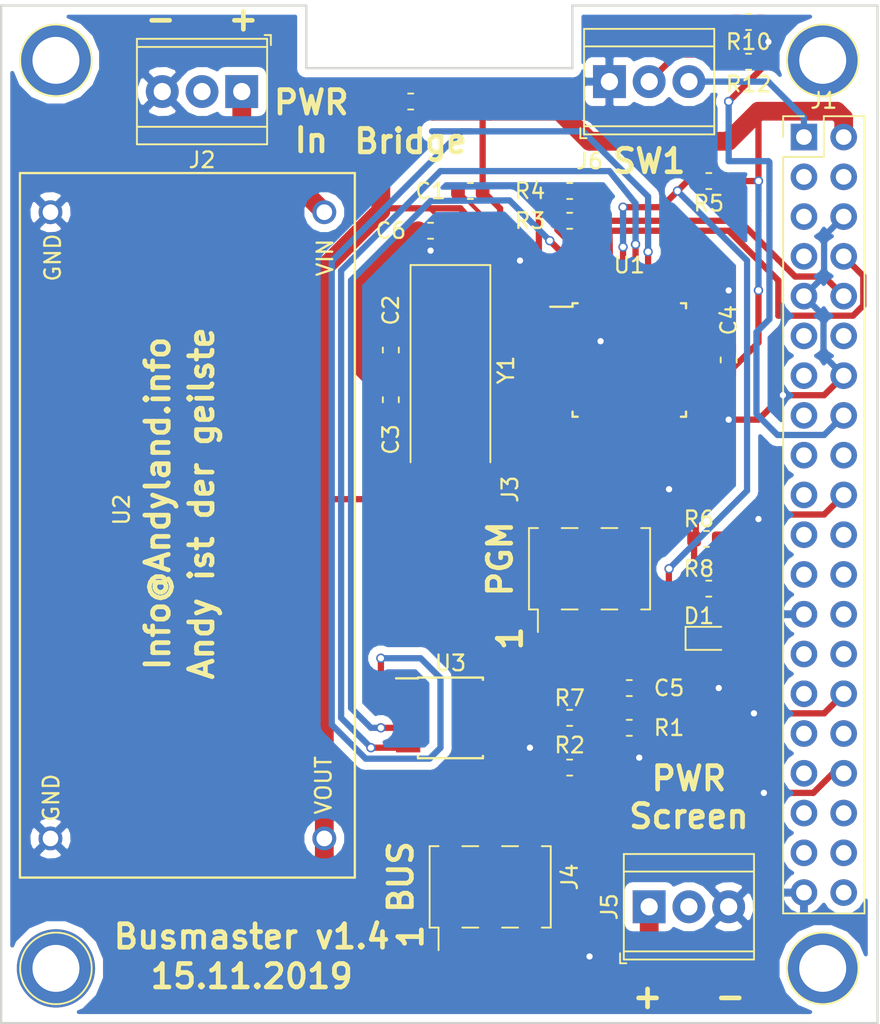
<source format=kicad_pcb>
(kicad_pcb (version 20171130) (host pcbnew 5.0.2-bee76a0~70~ubuntu18.10.1)

  (general
    (thickness 1.6)
    (drawings 22)
    (tracks 303)
    (zones 0)
    (modules 32)
    (nets 22)
  )

  (page A4)
  (layers
    (0 F.Cu signal)
    (31 B.Cu signal)
    (32 B.Adhes user)
    (33 F.Adhes user)
    (34 B.Paste user)
    (35 F.Paste user)
    (36 B.SilkS user)
    (37 F.SilkS user)
    (38 B.Mask user)
    (39 F.Mask user)
    (40 Dwgs.User user)
    (41 Cmts.User user)
    (42 Eco1.User user)
    (43 Eco2.User user)
    (44 Edge.Cuts user)
    (45 Margin user)
    (46 B.CrtYd user)
    (47 F.CrtYd user)
    (48 B.Fab user)
    (49 F.Fab user)
  )

  (setup
    (last_trace_width 0.4)
    (user_trace_width 0.25)
    (user_trace_width 1.2)
    (trace_clearance 0.2)
    (zone_clearance 0.508)
    (zone_45_only no)
    (trace_min 0.25)
    (segment_width 0.2)
    (edge_width 0.15)
    (via_size 0.6)
    (via_drill 0.4)
    (via_min_size 0.4)
    (via_min_drill 0.3)
    (uvia_size 0.3)
    (uvia_drill 0.1)
    (uvias_allowed no)
    (uvia_min_size 0.2)
    (uvia_min_drill 0.1)
    (pcb_text_width 0.3)
    (pcb_text_size 1.5 1.5)
    (mod_edge_width 0.15)
    (mod_text_size 1 1)
    (mod_text_width 0.15)
    (pad_size 1.7 1.7)
    (pad_drill 1)
    (pad_to_mask_clearance 0.2)
    (solder_mask_min_width 0.25)
    (aux_axis_origin 25.4 80.9)
    (visible_elements FFFFFF7F)
    (pcbplotparams
      (layerselection 0x010f0_ffffffff)
      (usegerberextensions true)
      (usegerberattributes true)
      (usegerberadvancedattributes false)
      (creategerberjobfile false)
      (excludeedgelayer true)
      (linewidth 0.100000)
      (plotframeref false)
      (viasonmask false)
      (mode 1)
      (useauxorigin false)
      (hpglpennumber 1)
      (hpglpenspeed 20)
      (hpglpendiameter 15.000000)
      (psnegative false)
      (psa4output false)
      (plotreference true)
      (plotvalue true)
      (plotinvisibletext false)
      (padsonsilk false)
      (subtractmaskfromsilk false)
      (outputformat 1)
      (mirror false)
      (drillshape 0)
      (scaleselection 1)
      (outputdirectory "./"))
  )

  (net 0 "")
  (net 1 +5V)
  (net 2 GND)
  (net 3 "Net-(C2-Pad2)")
  (net 4 "Net-(C3-Pad2)")
  (net 5 "Net-(D1-Pad2)")
  (net 6 RPI_Tx)
  (net 7 RPI_Rx)
  (net 8 MISO)
  (net 9 SCK)
  (net 10 MOSI)
  (net 11 RESET)
  (net 12 SDAOUT)
  (net 13 SCLOUT)
  (net 14 "Net-(R3-Pad1)")
  (net 15 SDA)
  (net 16 SCL)
  (net 17 D2)
  (net 18 +12V)
  (net 19 SW1)
  (net 20 +3V3)
  (net 21 "Net-(J6-Pad2)")

  (net_class Default "This is the default net class."
    (clearance 0.2)
    (trace_width 0.4)
    (via_dia 0.6)
    (via_drill 0.4)
    (uvia_dia 0.3)
    (uvia_drill 0.1)
    (add_net +12V)
    (add_net +3V3)
    (add_net +5V)
    (add_net D2)
    (add_net GND)
    (add_net MISO)
    (add_net MOSI)
    (add_net "Net-(C2-Pad2)")
    (add_net "Net-(C3-Pad2)")
    (add_net "Net-(D1-Pad2)")
    (add_net "Net-(J6-Pad2)")
    (add_net "Net-(R3-Pad1)")
    (add_net RESET)
    (add_net RPI_Rx)
    (add_net RPI_Tx)
    (add_net SCK)
    (add_net SCL)
    (add_net SCLOUT)
    (add_net SDA)
    (add_net SDAOUT)
    (add_net SW1)
  )

  (module Connector_PinHeader_2.54mm:PinHeader_2x20_P2.54mm_Vertical (layer F.Cu) (tedit 5DCE739D) (tstamp 5D56BC25)
    (at 77.2 89.9)
    (descr "Through hole straight pin header, 2x20, 2.54mm pitch, double rows")
    (tags "Through hole pin header THT 2x20 2.54mm double row")
    (path /59CBF213)
    (fp_text reference J1 (at 1.27 -2.33) (layer F.SilkS)
      (effects (font (size 1 1) (thickness 0.15)))
    )
    (fp_text value Conn_RPI (at 1.27 50.59) (layer F.Fab)
      (effects (font (size 1 1) (thickness 0.15)))
    )
    (fp_text user %R (at 1.27 24.13 90) (layer F.Fab)
      (effects (font (size 1 1) (thickness 0.15)))
    )
    (fp_line (start 4.35 -1.8) (end -1.8 -1.8) (layer F.CrtYd) (width 0.05))
    (fp_line (start 4.35 50.05) (end 4.35 -1.8) (layer F.CrtYd) (width 0.05))
    (fp_line (start -1.8 50.05) (end 4.35 50.05) (layer F.CrtYd) (width 0.05))
    (fp_line (start -1.8 -1.8) (end -1.8 50.05) (layer F.CrtYd) (width 0.05))
    (fp_line (start -1.33 -1.33) (end 0 -1.33) (layer F.SilkS) (width 0.12))
    (fp_line (start -1.33 0) (end -1.33 -1.33) (layer F.SilkS) (width 0.12))
    (fp_line (start 1.27 -1.33) (end 3.87 -1.33) (layer F.SilkS) (width 0.12))
    (fp_line (start 1.27 1.27) (end 1.27 -1.33) (layer F.SilkS) (width 0.12))
    (fp_line (start -1.33 1.27) (end 1.27 1.27) (layer F.SilkS) (width 0.12))
    (fp_line (start 3.87 -1.33) (end 3.87 49.59) (layer F.SilkS) (width 0.12))
    (fp_line (start -1.33 1.27) (end -1.33 49.59) (layer F.SilkS) (width 0.12))
    (fp_line (start -1.33 49.59) (end 3.87 49.59) (layer F.SilkS) (width 0.12))
    (fp_line (start -1.27 0) (end 0 -1.27) (layer F.Fab) (width 0.1))
    (fp_line (start -1.27 49.53) (end -1.27 0) (layer F.Fab) (width 0.1))
    (fp_line (start 3.81 49.53) (end -1.27 49.53) (layer F.Fab) (width 0.1))
    (fp_line (start 3.81 -1.27) (end 3.81 49.53) (layer F.Fab) (width 0.1))
    (fp_line (start 0 -1.27) (end 3.81 -1.27) (layer F.Fab) (width 0.1))
    (pad 40 thru_hole oval (at 2.54 48.26) (size 1.7 1.7) (drill 1) (layers *.Cu *.Mask))
    (pad 39 thru_hole oval (at 0 48.26) (size 1.7 1.7) (drill 1) (layers *.Cu *.Mask)
      (net 2 GND))
    (pad 38 thru_hole oval (at 2.54 45.72) (size 1.7 1.7) (drill 1) (layers *.Cu *.Mask))
    (pad 37 thru_hole oval (at 0 45.72) (size 1.7 1.7) (drill 1) (layers *.Cu *.Mask))
    (pad 36 thru_hole oval (at 2.54 43.18) (size 1.7 1.7) (drill 1) (layers *.Cu *.Mask))
    (pad 35 thru_hole oval (at 0 43.18) (size 1.7 1.7) (drill 1) (layers *.Cu *.Mask))
    (pad 34 thru_hole oval (at 2.54 40.64) (size 1.7 1.7) (drill 1) (layers *.Cu *.Mask)
      (net 2 GND))
    (pad 33 thru_hole oval (at 0 40.64) (size 1.7 1.7) (drill 1) (layers *.Cu *.Mask))
    (pad 32 thru_hole oval (at 2.54 38.1) (size 1.7 1.7) (drill 1) (layers *.Cu *.Mask))
    (pad 31 thru_hole oval (at 0 38.1) (size 1.7 1.7) (drill 1) (layers *.Cu *.Mask))
    (pad 30 thru_hole oval (at 2.54 35.56) (size 1.7 1.7) (drill 1) (layers *.Cu *.Mask)
      (net 2 GND))
    (pad 29 thru_hole oval (at 0 35.56) (size 1.7 1.7) (drill 1) (layers *.Cu *.Mask))
    (pad 28 thru_hole oval (at 2.54 33.02) (size 1.7 1.7) (drill 1) (layers *.Cu *.Mask))
    (pad 27 thru_hole oval (at 0 33.02) (size 1.7 1.7) (drill 1) (layers *.Cu *.Mask))
    (pad 26 thru_hole oval (at 2.54 30.48) (size 1.7 1.7) (drill 1) (layers *.Cu *.Mask))
    (pad 25 thru_hole oval (at 0 30.48) (size 1.7 1.7) (drill 1) (layers *.Cu *.Mask)
      (net 2 GND))
    (pad 24 thru_hole oval (at 2.54 27.94) (size 1.7 1.7) (drill 1) (layers *.Cu *.Mask))
    (pad 23 thru_hole oval (at 0 27.94) (size 1.7 1.7) (drill 1) (layers *.Cu *.Mask))
    (pad 22 thru_hole oval (at 2.54 25.4) (size 1.7 1.7) (drill 1) (layers *.Cu *.Mask))
    (pad 21 thru_hole oval (at 0 25.4) (size 1.7 1.7) (drill 1) (layers *.Cu *.Mask))
    (pad 20 thru_hole oval (at 2.54 22.86) (size 1.7 1.7) (drill 1) (layers *.Cu *.Mask)
      (net 2 GND))
    (pad 19 thru_hole oval (at 0 22.86) (size 1.7 1.7) (drill 1) (layers *.Cu *.Mask))
    (pad 18 thru_hole oval (at 2.54 20.32) (size 1.7 1.7) (drill 1) (layers *.Cu *.Mask))
    (pad 17 thru_hole oval (at 0 20.32) (size 1.7 1.7) (drill 1) (layers *.Cu *.Mask))
    (pad 16 thru_hole oval (at 2.54 17.78) (size 1.7 1.7) (drill 1) (layers *.Cu *.Mask)
      (net 19 SW1))
    (pad 15 thru_hole oval (at 0 17.78) (size 1.7 1.7) (drill 1) (layers *.Cu *.Mask))
    (pad 14 thru_hole oval (at 2.54 15.24) (size 1.7 1.7) (drill 1) (layers *.Cu *.Mask)
      (net 2 GND))
    (pad 13 thru_hole oval (at 0 15.24) (size 1.7 1.7) (drill 1) (layers *.Cu *.Mask))
    (pad 12 thru_hole oval (at 2.54 12.7) (size 1.7 1.7) (drill 1) (layers *.Cu *.Mask))
    (pad 11 thru_hole oval (at 0 12.7) (size 1.7 1.7) (drill 1) (layers *.Cu *.Mask))
    (pad 10 thru_hole oval (at 2.54 10.16) (size 1.7 1.7) (drill 1) (layers *.Cu *.Mask)
      (net 7 RPI_Rx))
    (pad 9 thru_hole oval (at 0 10.16) (size 1.7 1.7) (drill 1) (layers *.Cu *.Mask)
      (net 2 GND))
    (pad 8 thru_hole oval (at 2.54 7.62) (size 1.7 1.7) (drill 1) (layers *.Cu *.Mask)
      (net 6 RPI_Tx))
    (pad 7 thru_hole oval (at 0 7.62) (size 1.7 1.7) (drill 1) (layers *.Cu *.Mask))
    (pad 6 thru_hole oval (at 2.54 5.08) (size 1.7 1.7) (drill 1) (layers *.Cu *.Mask)
      (net 2 GND))
    (pad 5 thru_hole oval (at 0 5.08) (size 1.7 1.7) (drill 1) (layers *.Cu *.Mask))
    (pad 4 thru_hole oval (at 2.54 2.54) (size 1.7 1.7) (drill 1) (layers *.Cu *.Mask))
    (pad 3 thru_hole oval (at 0 2.54) (size 1.7 1.7) (drill 1) (layers *.Cu *.Mask))
    (pad 2 thru_hole oval (at 2.54 0) (size 1.7 1.7) (drill 1) (layers *.Cu *.Mask)
      (net 1 +5V))
    (pad 1 thru_hole rect (at 0 0) (size 1.7 1.7) (drill 1) (layers *.Cu *.Mask)
      (net 20 +3V3))
    (model ${KISYS3DMOD}/Connector_PinHeader_2.54mm.3dshapes/PinHeader_2x20_P2.54mm_Vertical.wrl
      (at (xyz 0 0 0))
      (scale (xyz 1 1 1))
      (rotate (xyz 0 0 0))
    )
  )

  (module LM2596_Module:LM2596_Module (layer F.Cu) (tedit 5DCE6E56) (tstamp 59D3B374)
    (at 37.8 114.7 270)
    (descr "LM2596 Module")
    (path /59D3BBBE)
    (fp_text reference U2 (at -1 4.2 270) (layer F.SilkS)
      (effects (font (size 1 1) (thickness 0.15)))
    )
    (fp_text value LM2596_Module (at 0 -4.6 270) (layer F.Fab)
      (effects (font (size 1 1) (thickness 0.15)))
    )
    (fp_text user VOUT (at 16.6 -8.7 270) (layer F.SilkS)
      (effects (font (size 1 1) (thickness 0.15)))
    )
    (fp_text user GND (at 17.4 8.7 270) (layer F.SilkS)
      (effects (font (size 1 1) (thickness 0.15)))
    )
    (fp_text user GND (at -17.1 8.6 270) (layer F.SilkS)
      (effects (font (size 1 1) (thickness 0.15)))
    )
    (fp_text user VIN (at -17.1 -8.8 270) (layer F.SilkS)
      (effects (font (size 1 1) (thickness 0.15)))
    )
    (fp_line (start -22.5 -10.7) (end -22.5 10.7) (layer F.SilkS) (width 0.15))
    (fp_line (start -22.5 10.7) (end 22.5 10.7) (layer F.SilkS) (width 0.15))
    (fp_line (start 22.5 10.7) (end 22.5 -10.7) (layer F.SilkS) (width 0.15))
    (fp_line (start 22.5 -10.7) (end -22.5 -10.7) (layer F.SilkS) (width 0.15))
    (pad 1 thru_hole circle (at -20 -8.75 270) (size 1.524 1.524) (drill 1) (layers *.Cu *.Mask)
      (net 18 +12V))
    (pad 2 thru_hole circle (at -20 8.75 270) (size 1.524 1.524) (drill 1) (layers *.Cu *.Mask)
      (net 2 GND))
    (pad 3 thru_hole circle (at 20 8.75 270) (size 1.524 1.524) (drill 1) (layers *.Cu *.Mask)
      (net 2 GND))
    (pad 4 thru_hole circle (at 20 -8.75 270) (size 1.524 1.524) (drill 1) (layers *.Cu *.Mask)
      (net 1 +5V))
  )

  (module Connectors:1pin (layer F.Cu) (tedit 59D3B8F6) (tstamp 59D3B7C4)
    (at 29.4 143)
    (descr "module 1 pin (ou trou mecanique de percage)")
    (tags DEV)
    (fp_text reference REF** (at 0 -3.048) (layer F.SilkS) hide
      (effects (font (size 1 1) (thickness 0.15)))
    )
    (fp_text value 1pin (at 0 3) (layer F.Fab) hide
      (effects (font (size 1 1) (thickness 0.15)))
    )
    (fp_circle (center 0 0) (end 2 0.8) (layer F.Fab) (width 0.1))
    (fp_circle (center 0 0) (end 2.6 0) (layer F.CrtYd) (width 0.05))
    (fp_circle (center 0 0) (end 0 -2.286) (layer F.SilkS) (width 0.12))
    (pad 1 thru_hole circle (at 0 0) (size 5 5) (drill 3) (layers *.Cu *.Mask))
  )

  (module Connectors:1pin (layer F.Cu) (tedit 59D3B906) (tstamp 5D5841C1)
    (at 78.4 143)
    (descr "module 1 pin (ou trou mecanique de percage)")
    (tags DEV)
    (fp_text reference REF** (at 0 -3.048) (layer F.SilkS) hide
      (effects (font (size 1 1) (thickness 0.15)))
    )
    (fp_text value 1pin (at 0 3) (layer F.Fab) hide
      (effects (font (size 1 1) (thickness 0.15)))
    )
    (fp_circle (center 0 0) (end 2 0.8) (layer F.Fab) (width 0.1))
    (fp_circle (center 0 0) (end 2.6 0) (layer F.CrtYd) (width 0.05))
    (fp_circle (center 0 0) (end 0 -2.286) (layer F.SilkS) (width 0.12))
    (pad 1 thru_hole circle (at 0 0) (size 4.5 4.5) (drill 3) (layers *.Cu *.Mask))
  )

  (module Connectors:1pin (layer F.Cu) (tedit 59D3B8E4) (tstamp 59D3B894)
    (at 29.4 85)
    (descr "module 1 pin (ou trou mecanique de percage)")
    (tags DEV)
    (fp_text reference REF** (at 0 -3.048) (layer F.SilkS) hide
      (effects (font (size 1 1) (thickness 0.15)))
    )
    (fp_text value 1pin (at 0 3) (layer F.Fab) hide
      (effects (font (size 1 1) (thickness 0.15)))
    )
    (fp_circle (center 0 0) (end 2 0.8) (layer F.Fab) (width 0.1))
    (fp_circle (center 0 0) (end 2.6 0) (layer F.CrtYd) (width 0.05))
    (fp_circle (center 0 0) (end 0 -2.286) (layer F.SilkS) (width 0.12))
    (pad 1 thru_hole circle (at 0 0) (size 4.5 4.5) (drill 3) (layers *.Cu *.Mask))
  )

  (module Connectors:1pin (layer F.Cu) (tedit 59D3B8FF) (tstamp 59D3B8B2)
    (at 78.4 85)
    (descr "module 1 pin (ou trou mecanique de percage)")
    (tags DEV)
    (fp_text reference REF** (at 0 -3.048) (layer F.SilkS) hide
      (effects (font (size 1 1) (thickness 0.15)))
    )
    (fp_text value 1pin (at 0 3) (layer F.Fab) hide
      (effects (font (size 1 1) (thickness 0.15)))
    )
    (fp_circle (center 0 0) (end 2 0.8) (layer F.Fab) (width 0.1))
    (fp_circle (center 0 0) (end 2.6 0) (layer F.CrtYd) (width 0.05))
    (fp_circle (center 0 0) (end 0 -2.286) (layer F.SilkS) (width 0.12))
    (pad 1 thru_hole circle (at 0 0) (size 4.5 4.5) (drill 3) (layers *.Cu *.Mask))
  )

  (module Capacitor_SMD:C_0603_1608Metric (layer F.Cu) (tedit 5B301BBE) (tstamp 5D56BAE2)
    (at 55.88 93.345 180)
    (descr "Capacitor SMD 0603 (1608 Metric), square (rectangular) end terminal, IPC_7351 nominal, (Body size source: http://www.tortai-tech.com/upload/download/2011102023233369053.pdf), generated with kicad-footprint-generator")
    (tags capacitor)
    (path /59CBE116)
    (attr smd)
    (fp_text reference C1 (at 2.54 0 180) (layer F.SilkS)
      (effects (font (size 1 1) (thickness 0.15)))
    )
    (fp_text value 100µF (at 0 1.43 180) (layer F.Fab)
      (effects (font (size 1 1) (thickness 0.15)))
    )
    (fp_text user %R (at 0 0 180) (layer F.Fab)
      (effects (font (size 0.4 0.4) (thickness 0.06)))
    )
    (fp_line (start 1.48 0.73) (end -1.48 0.73) (layer F.CrtYd) (width 0.05))
    (fp_line (start 1.48 -0.73) (end 1.48 0.73) (layer F.CrtYd) (width 0.05))
    (fp_line (start -1.48 -0.73) (end 1.48 -0.73) (layer F.CrtYd) (width 0.05))
    (fp_line (start -1.48 0.73) (end -1.48 -0.73) (layer F.CrtYd) (width 0.05))
    (fp_line (start -0.162779 0.51) (end 0.162779 0.51) (layer F.SilkS) (width 0.12))
    (fp_line (start -0.162779 -0.51) (end 0.162779 -0.51) (layer F.SilkS) (width 0.12))
    (fp_line (start 0.8 0.4) (end -0.8 0.4) (layer F.Fab) (width 0.1))
    (fp_line (start 0.8 -0.4) (end 0.8 0.4) (layer F.Fab) (width 0.1))
    (fp_line (start -0.8 -0.4) (end 0.8 -0.4) (layer F.Fab) (width 0.1))
    (fp_line (start -0.8 0.4) (end -0.8 -0.4) (layer F.Fab) (width 0.1))
    (pad 2 smd roundrect (at 0.7875 0 180) (size 0.875 0.95) (layers F.Cu F.Paste F.Mask) (roundrect_rratio 0.25)
      (net 2 GND))
    (pad 1 smd roundrect (at -0.7875 0 180) (size 0.875 0.95) (layers F.Cu F.Paste F.Mask) (roundrect_rratio 0.25)
      (net 1 +5V))
    (model ${KISYS3DMOD}/Capacitor_SMD.3dshapes/C_0603_1608Metric.wrl
      (at (xyz 0 0 0))
      (scale (xyz 1 1 1))
      (rotate (xyz 0 0 0))
    )
  )

  (module Capacitor_SMD:C_0603_1608Metric (layer F.Cu) (tedit 5B301BBE) (tstamp 5D56BAF3)
    (at 50.8 103.505 90)
    (descr "Capacitor SMD 0603 (1608 Metric), square (rectangular) end terminal, IPC_7351 nominal, (Body size source: http://www.tortai-tech.com/upload/download/2011102023233369053.pdf), generated with kicad-footprint-generator")
    (tags capacitor)
    (path /59CBE8E6)
    (attr smd)
    (fp_text reference C2 (at 2.54 0 90) (layer F.SilkS)
      (effects (font (size 1 1) (thickness 0.15)))
    )
    (fp_text value 22pF (at 0 1.43 90) (layer F.Fab)
      (effects (font (size 1 1) (thickness 0.15)))
    )
    (fp_text user %R (at 0 0 90) (layer F.Fab)
      (effects (font (size 0.4 0.4) (thickness 0.06)))
    )
    (fp_line (start 1.48 0.73) (end -1.48 0.73) (layer F.CrtYd) (width 0.05))
    (fp_line (start 1.48 -0.73) (end 1.48 0.73) (layer F.CrtYd) (width 0.05))
    (fp_line (start -1.48 -0.73) (end 1.48 -0.73) (layer F.CrtYd) (width 0.05))
    (fp_line (start -1.48 0.73) (end -1.48 -0.73) (layer F.CrtYd) (width 0.05))
    (fp_line (start -0.162779 0.51) (end 0.162779 0.51) (layer F.SilkS) (width 0.12))
    (fp_line (start -0.162779 -0.51) (end 0.162779 -0.51) (layer F.SilkS) (width 0.12))
    (fp_line (start 0.8 0.4) (end -0.8 0.4) (layer F.Fab) (width 0.1))
    (fp_line (start 0.8 -0.4) (end 0.8 0.4) (layer F.Fab) (width 0.1))
    (fp_line (start -0.8 -0.4) (end 0.8 -0.4) (layer F.Fab) (width 0.1))
    (fp_line (start -0.8 0.4) (end -0.8 -0.4) (layer F.Fab) (width 0.1))
    (pad 2 smd roundrect (at 0.7875 0 90) (size 0.875 0.95) (layers F.Cu F.Paste F.Mask) (roundrect_rratio 0.25)
      (net 3 "Net-(C2-Pad2)"))
    (pad 1 smd roundrect (at -0.7875 0 90) (size 0.875 0.95) (layers F.Cu F.Paste F.Mask) (roundrect_rratio 0.25)
      (net 2 GND))
    (model ${KISYS3DMOD}/Capacitor_SMD.3dshapes/C_0603_1608Metric.wrl
      (at (xyz 0 0 0))
      (scale (xyz 1 1 1))
      (rotate (xyz 0 0 0))
    )
  )

  (module Capacitor_SMD:C_0603_1608Metric (layer F.Cu) (tedit 5B301BBE) (tstamp 5D56BB04)
    (at 50.8 106.68 270)
    (descr "Capacitor SMD 0603 (1608 Metric), square (rectangular) end terminal, IPC_7351 nominal, (Body size source: http://www.tortai-tech.com/upload/download/2011102023233369053.pdf), generated with kicad-footprint-generator")
    (tags capacitor)
    (path /59CBE945)
    (attr smd)
    (fp_text reference C3 (at 2.54 0 270) (layer F.SilkS)
      (effects (font (size 1 1) (thickness 0.15)))
    )
    (fp_text value 22pF (at 0 1.43 270) (layer F.Fab)
      (effects (font (size 1 1) (thickness 0.15)))
    )
    (fp_line (start -0.8 0.4) (end -0.8 -0.4) (layer F.Fab) (width 0.1))
    (fp_line (start -0.8 -0.4) (end 0.8 -0.4) (layer F.Fab) (width 0.1))
    (fp_line (start 0.8 -0.4) (end 0.8 0.4) (layer F.Fab) (width 0.1))
    (fp_line (start 0.8 0.4) (end -0.8 0.4) (layer F.Fab) (width 0.1))
    (fp_line (start -0.162779 -0.51) (end 0.162779 -0.51) (layer F.SilkS) (width 0.12))
    (fp_line (start -0.162779 0.51) (end 0.162779 0.51) (layer F.SilkS) (width 0.12))
    (fp_line (start -1.48 0.73) (end -1.48 -0.73) (layer F.CrtYd) (width 0.05))
    (fp_line (start -1.48 -0.73) (end 1.48 -0.73) (layer F.CrtYd) (width 0.05))
    (fp_line (start 1.48 -0.73) (end 1.48 0.73) (layer F.CrtYd) (width 0.05))
    (fp_line (start 1.48 0.73) (end -1.48 0.73) (layer F.CrtYd) (width 0.05))
    (fp_text user %R (at 0 0 270) (layer F.Fab)
      (effects (font (size 0.4 0.4) (thickness 0.06)))
    )
    (pad 1 smd roundrect (at -0.7875 0 270) (size 0.875 0.95) (layers F.Cu F.Paste F.Mask) (roundrect_rratio 0.25)
      (net 2 GND))
    (pad 2 smd roundrect (at 0.7875 0 270) (size 0.875 0.95) (layers F.Cu F.Paste F.Mask) (roundrect_rratio 0.25)
      (net 4 "Net-(C3-Pad2)"))
    (model ${KISYS3DMOD}/Capacitor_SMD.3dshapes/C_0603_1608Metric.wrl
      (at (xyz 0 0 0))
      (scale (xyz 1 1 1))
      (rotate (xyz 0 0 0))
    )
  )

  (module Capacitor_SMD:C_0603_1608Metric (layer F.Cu) (tedit 5B301BBE) (tstamp 5D56BB15)
    (at 72.39 104.14 270)
    (descr "Capacitor SMD 0603 (1608 Metric), square (rectangular) end terminal, IPC_7351 nominal, (Body size source: http://www.tortai-tech.com/upload/download/2011102023233369053.pdf), generated with kicad-footprint-generator")
    (tags capacitor)
    (path /5D68029B)
    (attr smd)
    (fp_text reference C4 (at -2.54 0 270) (layer F.SilkS)
      (effects (font (size 1 1) (thickness 0.15)))
    )
    (fp_text value 100nF (at 0 1.43 270) (layer F.Fab)
      (effects (font (size 1 1) (thickness 0.15)))
    )
    (fp_line (start -0.8 0.4) (end -0.8 -0.4) (layer F.Fab) (width 0.1))
    (fp_line (start -0.8 -0.4) (end 0.8 -0.4) (layer F.Fab) (width 0.1))
    (fp_line (start 0.8 -0.4) (end 0.8 0.4) (layer F.Fab) (width 0.1))
    (fp_line (start 0.8 0.4) (end -0.8 0.4) (layer F.Fab) (width 0.1))
    (fp_line (start -0.162779 -0.51) (end 0.162779 -0.51) (layer F.SilkS) (width 0.12))
    (fp_line (start -0.162779 0.51) (end 0.162779 0.51) (layer F.SilkS) (width 0.12))
    (fp_line (start -1.48 0.73) (end -1.48 -0.73) (layer F.CrtYd) (width 0.05))
    (fp_line (start -1.48 -0.73) (end 1.48 -0.73) (layer F.CrtYd) (width 0.05))
    (fp_line (start 1.48 -0.73) (end 1.48 0.73) (layer F.CrtYd) (width 0.05))
    (fp_line (start 1.48 0.73) (end -1.48 0.73) (layer F.CrtYd) (width 0.05))
    (fp_text user %R (at 0 0 270) (layer F.Fab)
      (effects (font (size 0.4 0.4) (thickness 0.06)))
    )
    (pad 1 smd roundrect (at -0.7875 0 270) (size 0.875 0.95) (layers F.Cu F.Paste F.Mask) (roundrect_rratio 0.25)
      (net 2 GND))
    (pad 2 smd roundrect (at 0.7875 0 270) (size 0.875 0.95) (layers F.Cu F.Paste F.Mask) (roundrect_rratio 0.25)
      (net 1 +5V))
    (model ${KISYS3DMOD}/Capacitor_SMD.3dshapes/C_0603_1608Metric.wrl
      (at (xyz 0 0 0))
      (scale (xyz 1 1 1))
      (rotate (xyz 0 0 0))
    )
  )

  (module Capacitor_SMD:C_0603_1608Metric (layer F.Cu) (tedit 5B301BBE) (tstamp 5D586F37)
    (at 66.04 125.095 180)
    (descr "Capacitor SMD 0603 (1608 Metric), square (rectangular) end terminal, IPC_7351 nominal, (Body size source: http://www.tortai-tech.com/upload/download/2011102023233369053.pdf), generated with kicad-footprint-generator")
    (tags capacitor)
    (path /5D68E2FE)
    (attr smd)
    (fp_text reference C5 (at -2.54 0 180) (layer F.SilkS)
      (effects (font (size 1 1) (thickness 0.15)))
    )
    (fp_text value 100nF (at 0 1.43 180) (layer F.Fab)
      (effects (font (size 1 1) (thickness 0.15)))
    )
    (fp_text user %R (at 0 0 180) (layer F.Fab)
      (effects (font (size 0.4 0.4) (thickness 0.06)))
    )
    (fp_line (start 1.48 0.73) (end -1.48 0.73) (layer F.CrtYd) (width 0.05))
    (fp_line (start 1.48 -0.73) (end 1.48 0.73) (layer F.CrtYd) (width 0.05))
    (fp_line (start -1.48 -0.73) (end 1.48 -0.73) (layer F.CrtYd) (width 0.05))
    (fp_line (start -1.48 0.73) (end -1.48 -0.73) (layer F.CrtYd) (width 0.05))
    (fp_line (start -0.162779 0.51) (end 0.162779 0.51) (layer F.SilkS) (width 0.12))
    (fp_line (start -0.162779 -0.51) (end 0.162779 -0.51) (layer F.SilkS) (width 0.12))
    (fp_line (start 0.8 0.4) (end -0.8 0.4) (layer F.Fab) (width 0.1))
    (fp_line (start 0.8 -0.4) (end 0.8 0.4) (layer F.Fab) (width 0.1))
    (fp_line (start -0.8 -0.4) (end 0.8 -0.4) (layer F.Fab) (width 0.1))
    (fp_line (start -0.8 0.4) (end -0.8 -0.4) (layer F.Fab) (width 0.1))
    (pad 2 smd roundrect (at 0.7875 0 180) (size 0.875 0.95) (layers F.Cu F.Paste F.Mask) (roundrect_rratio 0.25)
      (net 1 +5V))
    (pad 1 smd roundrect (at -0.7875 0 180) (size 0.875 0.95) (layers F.Cu F.Paste F.Mask) (roundrect_rratio 0.25)
      (net 2 GND))
    (model ${KISYS3DMOD}/Capacitor_SMD.3dshapes/C_0603_1608Metric.wrl
      (at (xyz 0 0 0))
      (scale (xyz 1 1 1))
      (rotate (xyz 0 0 0))
    )
  )

  (module Capacitor_SMD:C_0603_1608Metric (layer F.Cu) (tedit 5B301BBE) (tstamp 5D56BB37)
    (at 53.34 95.885)
    (descr "Capacitor SMD 0603 (1608 Metric), square (rectangular) end terminal, IPC_7351 nominal, (Body size source: http://www.tortai-tech.com/upload/download/2011102023233369053.pdf), generated with kicad-footprint-generator")
    (tags capacitor)
    (path /5D68E370)
    (attr smd)
    (fp_text reference C6 (at -2.54 0) (layer F.SilkS)
      (effects (font (size 1 1) (thickness 0.15)))
    )
    (fp_text value 100nF (at 0 1.43) (layer F.Fab)
      (effects (font (size 1 1) (thickness 0.15)))
    )
    (fp_line (start -0.8 0.4) (end -0.8 -0.4) (layer F.Fab) (width 0.1))
    (fp_line (start -0.8 -0.4) (end 0.8 -0.4) (layer F.Fab) (width 0.1))
    (fp_line (start 0.8 -0.4) (end 0.8 0.4) (layer F.Fab) (width 0.1))
    (fp_line (start 0.8 0.4) (end -0.8 0.4) (layer F.Fab) (width 0.1))
    (fp_line (start -0.162779 -0.51) (end 0.162779 -0.51) (layer F.SilkS) (width 0.12))
    (fp_line (start -0.162779 0.51) (end 0.162779 0.51) (layer F.SilkS) (width 0.12))
    (fp_line (start -1.48 0.73) (end -1.48 -0.73) (layer F.CrtYd) (width 0.05))
    (fp_line (start -1.48 -0.73) (end 1.48 -0.73) (layer F.CrtYd) (width 0.05))
    (fp_line (start 1.48 -0.73) (end 1.48 0.73) (layer F.CrtYd) (width 0.05))
    (fp_line (start 1.48 0.73) (end -1.48 0.73) (layer F.CrtYd) (width 0.05))
    (fp_text user %R (at 0 0) (layer F.Fab)
      (effects (font (size 0.4 0.4) (thickness 0.06)))
    )
    (pad 1 smd roundrect (at -0.7875 0) (size 0.875 0.95) (layers F.Cu F.Paste F.Mask) (roundrect_rratio 0.25)
      (net 2 GND))
    (pad 2 smd roundrect (at 0.7875 0) (size 0.875 0.95) (layers F.Cu F.Paste F.Mask) (roundrect_rratio 0.25)
      (net 1 +5V))
    (model ${KISYS3DMOD}/Capacitor_SMD.3dshapes/C_0603_1608Metric.wrl
      (at (xyz 0 0 0))
      (scale (xyz 1 1 1))
      (rotate (xyz 0 0 0))
    )
  )

  (module LED_SMD:LED_0603_1608Metric (layer F.Cu) (tedit 5B301BBE) (tstamp 5D56C66A)
    (at 71.12 121.92)
    (descr "LED SMD 0603 (1608 Metric), square (rectangular) end terminal, IPC_7351 nominal, (Body size source: http://www.tortai-tech.com/upload/download/2011102023233369053.pdf), generated with kicad-footprint-generator")
    (tags diode)
    (path /59CBEED2)
    (attr smd)
    (fp_text reference D1 (at -0.635 -1.43) (layer F.SilkS)
      (effects (font (size 1 1) (thickness 0.15)))
    )
    (fp_text value LED (at 0 1.43) (layer F.Fab)
      (effects (font (size 1 1) (thickness 0.15)))
    )
    (fp_text user %R (at 0 0) (layer F.Fab)
      (effects (font (size 0.4 0.4) (thickness 0.06)))
    )
    (fp_line (start 1.48 0.73) (end -1.48 0.73) (layer F.CrtYd) (width 0.05))
    (fp_line (start 1.48 -0.73) (end 1.48 0.73) (layer F.CrtYd) (width 0.05))
    (fp_line (start -1.48 -0.73) (end 1.48 -0.73) (layer F.CrtYd) (width 0.05))
    (fp_line (start -1.48 0.73) (end -1.48 -0.73) (layer F.CrtYd) (width 0.05))
    (fp_line (start -1.485 0.735) (end 0.8 0.735) (layer F.SilkS) (width 0.12))
    (fp_line (start -1.485 -0.735) (end -1.485 0.735) (layer F.SilkS) (width 0.12))
    (fp_line (start 0.8 -0.735) (end -1.485 -0.735) (layer F.SilkS) (width 0.12))
    (fp_line (start 0.8 0.4) (end 0.8 -0.4) (layer F.Fab) (width 0.1))
    (fp_line (start -0.8 0.4) (end 0.8 0.4) (layer F.Fab) (width 0.1))
    (fp_line (start -0.8 -0.1) (end -0.8 0.4) (layer F.Fab) (width 0.1))
    (fp_line (start -0.5 -0.4) (end -0.8 -0.1) (layer F.Fab) (width 0.1))
    (fp_line (start 0.8 -0.4) (end -0.5 -0.4) (layer F.Fab) (width 0.1))
    (pad 2 smd roundrect (at 0.7875 0) (size 0.875 0.95) (layers F.Cu F.Paste F.Mask) (roundrect_rratio 0.25)
      (net 5 "Net-(D1-Pad2)"))
    (pad 1 smd roundrect (at -0.7875 0) (size 0.875 0.95) (layers F.Cu F.Paste F.Mask) (roundrect_rratio 0.25)
      (net 2 GND))
    (model ${KISYS3DMOD}/LED_SMD.3dshapes/LED_0603_1608Metric.wrl
      (at (xyz 0 0 0))
      (scale (xyz 1 1 1))
      (rotate (xyz 0 0 0))
    )
  )

  (module Connector_PinHeader_2.54mm:PinHeader_2x03_P2.54mm_Vertical_SMD (layer F.Cu) (tedit 59FED5CC) (tstamp 5D56BC56)
    (at 63.5 117.475 90)
    (descr "surface-mounted straight pin header, 2x03, 2.54mm pitch, double rows")
    (tags "Surface mounted pin header SMD 2x03 2.54mm double row")
    (path /59CBFF48)
    (attr smd)
    (fp_text reference J3 (at 5.08 -5.08 90) (layer F.SilkS)
      (effects (font (size 1 1) (thickness 0.15)))
    )
    (fp_text value ICSP (at 0 4.87 90) (layer F.Fab)
      (effects (font (size 1 1) (thickness 0.15)))
    )
    (fp_text user %R (at 0 0 180) (layer F.Fab)
      (effects (font (size 1 1) (thickness 0.15)))
    )
    (fp_line (start 5.9 -4.35) (end -5.9 -4.35) (layer F.CrtYd) (width 0.05))
    (fp_line (start 5.9 4.35) (end 5.9 -4.35) (layer F.CrtYd) (width 0.05))
    (fp_line (start -5.9 4.35) (end 5.9 4.35) (layer F.CrtYd) (width 0.05))
    (fp_line (start -5.9 -4.35) (end -5.9 4.35) (layer F.CrtYd) (width 0.05))
    (fp_line (start 2.6 0.76) (end 2.6 1.78) (layer F.SilkS) (width 0.12))
    (fp_line (start -2.6 0.76) (end -2.6 1.78) (layer F.SilkS) (width 0.12))
    (fp_line (start 2.6 -1.78) (end 2.6 -0.76) (layer F.SilkS) (width 0.12))
    (fp_line (start -2.6 -1.78) (end -2.6 -0.76) (layer F.SilkS) (width 0.12))
    (fp_line (start 2.6 3.3) (end 2.6 3.87) (layer F.SilkS) (width 0.12))
    (fp_line (start -2.6 3.3) (end -2.6 3.87) (layer F.SilkS) (width 0.12))
    (fp_line (start 2.6 -3.87) (end 2.6 -3.3) (layer F.SilkS) (width 0.12))
    (fp_line (start -2.6 -3.87) (end -2.6 -3.3) (layer F.SilkS) (width 0.12))
    (fp_line (start -4.04 -3.3) (end -2.6 -3.3) (layer F.SilkS) (width 0.12))
    (fp_line (start -2.6 3.87) (end 2.6 3.87) (layer F.SilkS) (width 0.12))
    (fp_line (start -2.6 -3.87) (end 2.6 -3.87) (layer F.SilkS) (width 0.12))
    (fp_line (start 3.6 2.86) (end 2.54 2.86) (layer F.Fab) (width 0.1))
    (fp_line (start 3.6 2.22) (end 3.6 2.86) (layer F.Fab) (width 0.1))
    (fp_line (start 2.54 2.22) (end 3.6 2.22) (layer F.Fab) (width 0.1))
    (fp_line (start -3.6 2.86) (end -2.54 2.86) (layer F.Fab) (width 0.1))
    (fp_line (start -3.6 2.22) (end -3.6 2.86) (layer F.Fab) (width 0.1))
    (fp_line (start -2.54 2.22) (end -3.6 2.22) (layer F.Fab) (width 0.1))
    (fp_line (start 3.6 0.32) (end 2.54 0.32) (layer F.Fab) (width 0.1))
    (fp_line (start 3.6 -0.32) (end 3.6 0.32) (layer F.Fab) (width 0.1))
    (fp_line (start 2.54 -0.32) (end 3.6 -0.32) (layer F.Fab) (width 0.1))
    (fp_line (start -3.6 0.32) (end -2.54 0.32) (layer F.Fab) (width 0.1))
    (fp_line (start -3.6 -0.32) (end -3.6 0.32) (layer F.Fab) (width 0.1))
    (fp_line (start -2.54 -0.32) (end -3.6 -0.32) (layer F.Fab) (width 0.1))
    (fp_line (start 3.6 -2.22) (end 2.54 -2.22) (layer F.Fab) (width 0.1))
    (fp_line (start 3.6 -2.86) (end 3.6 -2.22) (layer F.Fab) (width 0.1))
    (fp_line (start 2.54 -2.86) (end 3.6 -2.86) (layer F.Fab) (width 0.1))
    (fp_line (start -3.6 -2.22) (end -2.54 -2.22) (layer F.Fab) (width 0.1))
    (fp_line (start -3.6 -2.86) (end -3.6 -2.22) (layer F.Fab) (width 0.1))
    (fp_line (start -2.54 -2.86) (end -3.6 -2.86) (layer F.Fab) (width 0.1))
    (fp_line (start 2.54 -3.81) (end 2.54 3.81) (layer F.Fab) (width 0.1))
    (fp_line (start -2.54 -2.86) (end -1.59 -3.81) (layer F.Fab) (width 0.1))
    (fp_line (start -2.54 3.81) (end -2.54 -2.86) (layer F.Fab) (width 0.1))
    (fp_line (start -1.59 -3.81) (end 2.54 -3.81) (layer F.Fab) (width 0.1))
    (fp_line (start 2.54 3.81) (end -2.54 3.81) (layer F.Fab) (width 0.1))
    (pad 6 smd rect (at 2.525 2.54 90) (size 3.15 1) (layers F.Cu F.Paste F.Mask)
      (net 2 GND))
    (pad 5 smd rect (at -2.525 2.54 90) (size 3.15 1) (layers F.Cu F.Paste F.Mask)
      (net 11 RESET))
    (pad 4 smd rect (at 2.525 0 90) (size 3.15 1) (layers F.Cu F.Paste F.Mask)
      (net 10 MOSI))
    (pad 3 smd rect (at -2.525 0 90) (size 3.15 1) (layers F.Cu F.Paste F.Mask)
      (net 9 SCK))
    (pad 2 smd rect (at 2.525 -2.54 90) (size 3.15 1) (layers F.Cu F.Paste F.Mask)
      (net 1 +5V))
    (pad 1 smd rect (at -2.525 -2.54 90) (size 3.15 1) (layers F.Cu F.Paste F.Mask)
      (net 8 MISO))
    (model ${KISYS3DMOD}/Connector_PinHeader_2.54mm.3dshapes/PinHeader_2x03_P2.54mm_Vertical_SMD.wrl
      (at (xyz 0 0 0))
      (scale (xyz 1 1 1))
      (rotate (xyz 0 0 0))
    )
  )

  (module Connector_PinHeader_2.54mm:PinHeader_2x03_P2.54mm_Vertical_SMD (layer F.Cu) (tedit 59FED5CC) (tstamp 5D56BC87)
    (at 57.15 137.795 90)
    (descr "surface-mounted straight pin header, 2x03, 2.54mm pitch, double rows")
    (tags "Surface mounted pin header SMD 2x03 2.54mm double row")
    (path /5A5FB39F)
    (attr smd)
    (fp_text reference J4 (at 0.635 5.08 90) (layer F.SilkS)
      (effects (font (size 1 1) (thickness 0.15)))
    )
    (fp_text value CONN_BUS (at 0 4.87 90) (layer F.Fab)
      (effects (font (size 1 1) (thickness 0.15)))
    )
    (fp_line (start 2.54 3.81) (end -2.54 3.81) (layer F.Fab) (width 0.1))
    (fp_line (start -1.59 -3.81) (end 2.54 -3.81) (layer F.Fab) (width 0.1))
    (fp_line (start -2.54 3.81) (end -2.54 -2.86) (layer F.Fab) (width 0.1))
    (fp_line (start -2.54 -2.86) (end -1.59 -3.81) (layer F.Fab) (width 0.1))
    (fp_line (start 2.54 -3.81) (end 2.54 3.81) (layer F.Fab) (width 0.1))
    (fp_line (start -2.54 -2.86) (end -3.6 -2.86) (layer F.Fab) (width 0.1))
    (fp_line (start -3.6 -2.86) (end -3.6 -2.22) (layer F.Fab) (width 0.1))
    (fp_line (start -3.6 -2.22) (end -2.54 -2.22) (layer F.Fab) (width 0.1))
    (fp_line (start 2.54 -2.86) (end 3.6 -2.86) (layer F.Fab) (width 0.1))
    (fp_line (start 3.6 -2.86) (end 3.6 -2.22) (layer F.Fab) (width 0.1))
    (fp_line (start 3.6 -2.22) (end 2.54 -2.22) (layer F.Fab) (width 0.1))
    (fp_line (start -2.54 -0.32) (end -3.6 -0.32) (layer F.Fab) (width 0.1))
    (fp_line (start -3.6 -0.32) (end -3.6 0.32) (layer F.Fab) (width 0.1))
    (fp_line (start -3.6 0.32) (end -2.54 0.32) (layer F.Fab) (width 0.1))
    (fp_line (start 2.54 -0.32) (end 3.6 -0.32) (layer F.Fab) (width 0.1))
    (fp_line (start 3.6 -0.32) (end 3.6 0.32) (layer F.Fab) (width 0.1))
    (fp_line (start 3.6 0.32) (end 2.54 0.32) (layer F.Fab) (width 0.1))
    (fp_line (start -2.54 2.22) (end -3.6 2.22) (layer F.Fab) (width 0.1))
    (fp_line (start -3.6 2.22) (end -3.6 2.86) (layer F.Fab) (width 0.1))
    (fp_line (start -3.6 2.86) (end -2.54 2.86) (layer F.Fab) (width 0.1))
    (fp_line (start 2.54 2.22) (end 3.6 2.22) (layer F.Fab) (width 0.1))
    (fp_line (start 3.6 2.22) (end 3.6 2.86) (layer F.Fab) (width 0.1))
    (fp_line (start 3.6 2.86) (end 2.54 2.86) (layer F.Fab) (width 0.1))
    (fp_line (start -2.6 -3.87) (end 2.6 -3.87) (layer F.SilkS) (width 0.12))
    (fp_line (start -2.6 3.87) (end 2.6 3.87) (layer F.SilkS) (width 0.12))
    (fp_line (start -4.04 -3.3) (end -2.6 -3.3) (layer F.SilkS) (width 0.12))
    (fp_line (start -2.6 -3.87) (end -2.6 -3.3) (layer F.SilkS) (width 0.12))
    (fp_line (start 2.6 -3.87) (end 2.6 -3.3) (layer F.SilkS) (width 0.12))
    (fp_line (start -2.6 3.3) (end -2.6 3.87) (layer F.SilkS) (width 0.12))
    (fp_line (start 2.6 3.3) (end 2.6 3.87) (layer F.SilkS) (width 0.12))
    (fp_line (start -2.6 -1.78) (end -2.6 -0.76) (layer F.SilkS) (width 0.12))
    (fp_line (start 2.6 -1.78) (end 2.6 -0.76) (layer F.SilkS) (width 0.12))
    (fp_line (start -2.6 0.76) (end -2.6 1.78) (layer F.SilkS) (width 0.12))
    (fp_line (start 2.6 0.76) (end 2.6 1.78) (layer F.SilkS) (width 0.12))
    (fp_line (start -5.9 -4.35) (end -5.9 4.35) (layer F.CrtYd) (width 0.05))
    (fp_line (start -5.9 4.35) (end 5.9 4.35) (layer F.CrtYd) (width 0.05))
    (fp_line (start 5.9 4.35) (end 5.9 -4.35) (layer F.CrtYd) (width 0.05))
    (fp_line (start 5.9 -4.35) (end -5.9 -4.35) (layer F.CrtYd) (width 0.05))
    (fp_text user %R (at 0 0 180) (layer F.Fab)
      (effects (font (size 1 1) (thickness 0.15)))
    )
    (pad 1 smd rect (at -2.525 -2.54 90) (size 3.15 1) (layers F.Cu F.Paste F.Mask))
    (pad 2 smd rect (at 2.525 -2.54 90) (size 3.15 1) (layers F.Cu F.Paste F.Mask))
    (pad 3 smd rect (at -2.525 0 90) (size 3.15 1) (layers F.Cu F.Paste F.Mask))
    (pad 4 smd rect (at 2.525 0 90) (size 3.15 1) (layers F.Cu F.Paste F.Mask)
      (net 13 SCLOUT))
    (pad 5 smd rect (at -2.525 2.54 90) (size 3.15 1) (layers F.Cu F.Paste F.Mask)
      (net 2 GND))
    (pad 6 smd rect (at 2.525 2.54 90) (size 3.15 1) (layers F.Cu F.Paste F.Mask)
      (net 12 SDAOUT))
    (model ${KISYS3DMOD}/Connector_PinHeader_2.54mm.3dshapes/PinHeader_2x03_P2.54mm_Vertical_SMD.wrl
      (at (xyz 0 0 0))
      (scale (xyz 1 1 1))
      (rotate (xyz 0 0 0))
    )
  )

  (module TerminalBlock_TE-Connectivity:TerminalBlock_TE_282834-3_1x03_P2.54mm_Horizontal (layer F.Cu) (tedit 5B1EC513) (tstamp 5D58724C)
    (at 67.31 139.065)
    (descr "Terminal Block TE 282834-3, 3 pins, pitch 2.54mm, size 8.08x6.5mm^2, drill diamater 1.1mm, pad diameter 2.1mm, see http://www.te.com/commerce/DocumentDelivery/DDEController?Action=showdoc&DocId=Customer+Drawing%7F282834%7FC1%7Fpdf%7FEnglish%7FENG_CD_282834_C1.pdf, script-generated using https://github.com/pointhi/kicad-footprint-generator/scripts/TerminalBlock_TE-Connectivity")
    (tags "THT Terminal Block TE 282834-3 pitch 2.54mm size 8.08x6.5mm^2 drill 1.1mm pad 2.1mm")
    (path /59CBEAFB)
    (fp_text reference J5 (at -2.54 0 90) (layer F.SilkS)
      (effects (font (size 1 1) (thickness 0.15)))
    )
    (fp_text value Conn_Screen (at 2.54 4.37) (layer F.Fab)
      (effects (font (size 1 1) (thickness 0.15)))
    )
    (fp_text user %R (at 2.54 2) (layer F.Fab)
      (effects (font (size 1 1) (thickness 0.15)))
    )
    (fp_line (start 7.08 -3.75) (end -2 -3.75) (layer F.CrtYd) (width 0.05))
    (fp_line (start 7.08 3.75) (end 7.08 -3.75) (layer F.CrtYd) (width 0.05))
    (fp_line (start -2 3.75) (end 7.08 3.75) (layer F.CrtYd) (width 0.05))
    (fp_line (start -2 -3.75) (end -2 3.75) (layer F.CrtYd) (width 0.05))
    (fp_line (start -1.86 3.61) (end -1.46 3.61) (layer F.SilkS) (width 0.12))
    (fp_line (start -1.86 2.97) (end -1.86 3.61) (layer F.SilkS) (width 0.12))
    (fp_line (start 5.781 -0.835) (end 4.246 0.7) (layer F.Fab) (width 0.1))
    (fp_line (start 5.915 -0.7) (end 4.38 0.835) (layer F.Fab) (width 0.1))
    (fp_line (start 3.241 -0.835) (end 1.706 0.7) (layer F.Fab) (width 0.1))
    (fp_line (start 3.375 -0.7) (end 1.84 0.835) (layer F.Fab) (width 0.1))
    (fp_line (start 0.701 -0.835) (end -0.835 0.7) (layer F.Fab) (width 0.1))
    (fp_line (start 0.835 -0.7) (end -0.701 0.835) (layer F.Fab) (width 0.1))
    (fp_line (start 6.7 -3.37) (end 6.7 3.37) (layer F.SilkS) (width 0.12))
    (fp_line (start -1.62 -3.37) (end -1.62 3.37) (layer F.SilkS) (width 0.12))
    (fp_line (start -1.62 3.37) (end 6.7 3.37) (layer F.SilkS) (width 0.12))
    (fp_line (start -1.62 -3.37) (end 6.7 -3.37) (layer F.SilkS) (width 0.12))
    (fp_line (start -1.62 -2.25) (end 6.7 -2.25) (layer F.SilkS) (width 0.12))
    (fp_line (start -1.5 -2.25) (end 6.58 -2.25) (layer F.Fab) (width 0.1))
    (fp_line (start -1.62 2.85) (end 6.7 2.85) (layer F.SilkS) (width 0.12))
    (fp_line (start -1.5 2.85) (end 6.58 2.85) (layer F.Fab) (width 0.1))
    (fp_line (start -1.5 2.85) (end -1.5 -3.25) (layer F.Fab) (width 0.1))
    (fp_line (start -1.1 3.25) (end -1.5 2.85) (layer F.Fab) (width 0.1))
    (fp_line (start 6.58 3.25) (end -1.1 3.25) (layer F.Fab) (width 0.1))
    (fp_line (start 6.58 -3.25) (end 6.58 3.25) (layer F.Fab) (width 0.1))
    (fp_line (start -1.5 -3.25) (end 6.58 -3.25) (layer F.Fab) (width 0.1))
    (fp_circle (center 5.08 0) (end 6.18 0) (layer F.Fab) (width 0.1))
    (fp_circle (center 2.54 0) (end 3.64 0) (layer F.Fab) (width 0.1))
    (fp_circle (center 0 0) (end 1.1 0) (layer F.Fab) (width 0.1))
    (pad 3 thru_hole circle (at 5.08 0) (size 2.1 2.1) (drill 1.1) (layers *.Cu *.Mask)
      (net 2 GND))
    (pad 2 thru_hole circle (at 2.54 0) (size 2.1 2.1) (drill 1.1) (layers *.Cu *.Mask))
    (pad 1 thru_hole rect (at 0 0) (size 2.1 2.1) (drill 1.1) (layers *.Cu *.Mask)
      (net 1 +5V))
    (model ${KISYS3DMOD}/TerminalBlock_TE-Connectivity.3dshapes/TerminalBlock_TE_282834-3_1x03_P2.54mm_Horizontal.wrl
      (at (xyz 0 0 0))
      (scale (xyz 1 1 1))
      (rotate (xyz 0 0 0))
    )
  )

  (module Resistor_SMD:R_0603_1608Metric (layer F.Cu) (tedit 5B301BBD) (tstamp 5D56BCBC)
    (at 66.04 127.635 180)
    (descr "Resistor SMD 0603 (1608 Metric), square (rectangular) end terminal, IPC_7351 nominal, (Body size source: http://www.tortai-tech.com/upload/download/2011102023233369053.pdf), generated with kicad-footprint-generator")
    (tags resistor)
    (path /5A5FAE1D)
    (attr smd)
    (fp_text reference R1 (at -2.54 0 180) (layer F.SilkS)
      (effects (font (size 1 1) (thickness 0.15)))
    )
    (fp_text value 470 (at 0 1.43 180) (layer F.Fab)
      (effects (font (size 1 1) (thickness 0.15)))
    )
    (fp_line (start -0.8 0.4) (end -0.8 -0.4) (layer F.Fab) (width 0.1))
    (fp_line (start -0.8 -0.4) (end 0.8 -0.4) (layer F.Fab) (width 0.1))
    (fp_line (start 0.8 -0.4) (end 0.8 0.4) (layer F.Fab) (width 0.1))
    (fp_line (start 0.8 0.4) (end -0.8 0.4) (layer F.Fab) (width 0.1))
    (fp_line (start -0.162779 -0.51) (end 0.162779 -0.51) (layer F.SilkS) (width 0.12))
    (fp_line (start -0.162779 0.51) (end 0.162779 0.51) (layer F.SilkS) (width 0.12))
    (fp_line (start -1.48 0.73) (end -1.48 -0.73) (layer F.CrtYd) (width 0.05))
    (fp_line (start -1.48 -0.73) (end 1.48 -0.73) (layer F.CrtYd) (width 0.05))
    (fp_line (start 1.48 -0.73) (end 1.48 0.73) (layer F.CrtYd) (width 0.05))
    (fp_line (start 1.48 0.73) (end -1.48 0.73) (layer F.CrtYd) (width 0.05))
    (fp_text user %R (at 0 0 180) (layer F.Fab)
      (effects (font (size 0.4 0.4) (thickness 0.06)))
    )
    (pad 1 smd roundrect (at -0.7875 0 180) (size 0.875 0.95) (layers F.Cu F.Paste F.Mask) (roundrect_rratio 0.25)
      (net 2 GND))
    (pad 2 smd roundrect (at 0.7875 0 180) (size 0.875 0.95) (layers F.Cu F.Paste F.Mask) (roundrect_rratio 0.25)
      (net 12 SDAOUT))
    (model ${KISYS3DMOD}/Resistor_SMD.3dshapes/R_0603_1608Metric.wrl
      (at (xyz 0 0 0))
      (scale (xyz 1 1 1))
      (rotate (xyz 0 0 0))
    )
  )

  (module Resistor_SMD:R_0603_1608Metric (layer F.Cu) (tedit 5B301BBD) (tstamp 5D56BCCD)
    (at 62.23 130.175)
    (descr "Resistor SMD 0603 (1608 Metric), square (rectangular) end terminal, IPC_7351 nominal, (Body size source: http://www.tortai-tech.com/upload/download/2011102023233369053.pdf), generated with kicad-footprint-generator")
    (tags resistor)
    (path /5A5FAE9F)
    (attr smd)
    (fp_text reference R2 (at 0 -1.43) (layer F.SilkS)
      (effects (font (size 1 1) (thickness 0.15)))
    )
    (fp_text value 100 (at 0 1.43) (layer F.Fab)
      (effects (font (size 1 1) (thickness 0.15)))
    )
    (fp_text user %R (at 0 0) (layer F.Fab)
      (effects (font (size 0.4 0.4) (thickness 0.06)))
    )
    (fp_line (start 1.48 0.73) (end -1.48 0.73) (layer F.CrtYd) (width 0.05))
    (fp_line (start 1.48 -0.73) (end 1.48 0.73) (layer F.CrtYd) (width 0.05))
    (fp_line (start -1.48 -0.73) (end 1.48 -0.73) (layer F.CrtYd) (width 0.05))
    (fp_line (start -1.48 0.73) (end -1.48 -0.73) (layer F.CrtYd) (width 0.05))
    (fp_line (start -0.162779 0.51) (end 0.162779 0.51) (layer F.SilkS) (width 0.12))
    (fp_line (start -0.162779 -0.51) (end 0.162779 -0.51) (layer F.SilkS) (width 0.12))
    (fp_line (start 0.8 0.4) (end -0.8 0.4) (layer F.Fab) (width 0.1))
    (fp_line (start 0.8 -0.4) (end 0.8 0.4) (layer F.Fab) (width 0.1))
    (fp_line (start -0.8 -0.4) (end 0.8 -0.4) (layer F.Fab) (width 0.1))
    (fp_line (start -0.8 0.4) (end -0.8 -0.4) (layer F.Fab) (width 0.1))
    (pad 2 smd roundrect (at 0.7875 0) (size 0.875 0.95) (layers F.Cu F.Paste F.Mask) (roundrect_rratio 0.25)
      (net 13 SCLOUT))
    (pad 1 smd roundrect (at -0.7875 0) (size 0.875 0.95) (layers F.Cu F.Paste F.Mask) (roundrect_rratio 0.25)
      (net 12 SDAOUT))
    (model ${KISYS3DMOD}/Resistor_SMD.3dshapes/R_0603_1608Metric.wrl
      (at (xyz 0 0 0))
      (scale (xyz 1 1 1))
      (rotate (xyz 0 0 0))
    )
  )

  (module Resistor_SMD:R_0603_1608Metric (layer F.Cu) (tedit 5B301BBD) (tstamp 5D56BCDE)
    (at 62.23 95.25)
    (descr "Resistor SMD 0603 (1608 Metric), square (rectangular) end terminal, IPC_7351 nominal, (Body size source: http://www.tortai-tech.com/upload/download/2011102023233369053.pdf), generated with kicad-footprint-generator")
    (tags resistor)
    (path /59CBF6F2)
    (attr smd)
    (fp_text reference R3 (at -2.54 0) (layer F.SilkS)
      (effects (font (size 1 1) (thickness 0.15)))
    )
    (fp_text value 2k2 (at 0 1.43) (layer F.Fab)
      (effects (font (size 1 1) (thickness 0.15)))
    )
    (fp_text user %R (at 0 0) (layer F.Fab)
      (effects (font (size 0.4 0.4) (thickness 0.06)))
    )
    (fp_line (start 1.48 0.73) (end -1.48 0.73) (layer F.CrtYd) (width 0.05))
    (fp_line (start 1.48 -0.73) (end 1.48 0.73) (layer F.CrtYd) (width 0.05))
    (fp_line (start -1.48 -0.73) (end 1.48 -0.73) (layer F.CrtYd) (width 0.05))
    (fp_line (start -1.48 0.73) (end -1.48 -0.73) (layer F.CrtYd) (width 0.05))
    (fp_line (start -0.162779 0.51) (end 0.162779 0.51) (layer F.SilkS) (width 0.12))
    (fp_line (start -0.162779 -0.51) (end 0.162779 -0.51) (layer F.SilkS) (width 0.12))
    (fp_line (start 0.8 0.4) (end -0.8 0.4) (layer F.Fab) (width 0.1))
    (fp_line (start 0.8 -0.4) (end 0.8 0.4) (layer F.Fab) (width 0.1))
    (fp_line (start -0.8 -0.4) (end 0.8 -0.4) (layer F.Fab) (width 0.1))
    (fp_line (start -0.8 0.4) (end -0.8 -0.4) (layer F.Fab) (width 0.1))
    (pad 2 smd roundrect (at 0.7875 0) (size 0.875 0.95) (layers F.Cu F.Paste F.Mask) (roundrect_rratio 0.25)
      (net 7 RPI_Rx))
    (pad 1 smd roundrect (at -0.7875 0) (size 0.875 0.95) (layers F.Cu F.Paste F.Mask) (roundrect_rratio 0.25)
      (net 14 "Net-(R3-Pad1)"))
    (model ${KISYS3DMOD}/Resistor_SMD.3dshapes/R_0603_1608Metric.wrl
      (at (xyz 0 0 0))
      (scale (xyz 1 1 1))
      (rotate (xyz 0 0 0))
    )
  )

  (module Resistor_SMD:R_0603_1608Metric (layer F.Cu) (tedit 5B301BBD) (tstamp 5D56BCEF)
    (at 62.23 93.345 180)
    (descr "Resistor SMD 0603 (1608 Metric), square (rectangular) end terminal, IPC_7351 nominal, (Body size source: http://www.tortai-tech.com/upload/download/2011102023233369053.pdf), generated with kicad-footprint-generator")
    (tags resistor)
    (path /59CBF753)
    (attr smd)
    (fp_text reference R4 (at 2.54 0 180) (layer F.SilkS)
      (effects (font (size 1 1) (thickness 0.15)))
    )
    (fp_text value 3k3 (at 0 1.43 180) (layer F.Fab)
      (effects (font (size 1 1) (thickness 0.15)))
    )
    (fp_line (start -0.8 0.4) (end -0.8 -0.4) (layer F.Fab) (width 0.1))
    (fp_line (start -0.8 -0.4) (end 0.8 -0.4) (layer F.Fab) (width 0.1))
    (fp_line (start 0.8 -0.4) (end 0.8 0.4) (layer F.Fab) (width 0.1))
    (fp_line (start 0.8 0.4) (end -0.8 0.4) (layer F.Fab) (width 0.1))
    (fp_line (start -0.162779 -0.51) (end 0.162779 -0.51) (layer F.SilkS) (width 0.12))
    (fp_line (start -0.162779 0.51) (end 0.162779 0.51) (layer F.SilkS) (width 0.12))
    (fp_line (start -1.48 0.73) (end -1.48 -0.73) (layer F.CrtYd) (width 0.05))
    (fp_line (start -1.48 -0.73) (end 1.48 -0.73) (layer F.CrtYd) (width 0.05))
    (fp_line (start 1.48 -0.73) (end 1.48 0.73) (layer F.CrtYd) (width 0.05))
    (fp_line (start 1.48 0.73) (end -1.48 0.73) (layer F.CrtYd) (width 0.05))
    (fp_text user %R (at 0 0 180) (layer F.Fab)
      (effects (font (size 0.4 0.4) (thickness 0.06)))
    )
    (pad 1 smd roundrect (at -0.7875 0 180) (size 0.875 0.95) (layers F.Cu F.Paste F.Mask) (roundrect_rratio 0.25)
      (net 7 RPI_Rx))
    (pad 2 smd roundrect (at 0.7875 0 180) (size 0.875 0.95) (layers F.Cu F.Paste F.Mask) (roundrect_rratio 0.25)
      (net 2 GND))
    (model ${KISYS3DMOD}/Resistor_SMD.3dshapes/R_0603_1608Metric.wrl
      (at (xyz 0 0 0))
      (scale (xyz 1 1 1))
      (rotate (xyz 0 0 0))
    )
  )

  (module Resistor_SMD:R_0603_1608Metric (layer F.Cu) (tedit 5B301BBD) (tstamp 5D56BD00)
    (at 71.12 92.71 180)
    (descr "Resistor SMD 0603 (1608 Metric), square (rectangular) end terminal, IPC_7351 nominal, (Body size source: http://www.tortai-tech.com/upload/download/2011102023233369053.pdf), generated with kicad-footprint-generator")
    (tags resistor)
    (path /59CBE414)
    (attr smd)
    (fp_text reference R5 (at 0 -1.43 180) (layer F.SilkS)
      (effects (font (size 1 1) (thickness 0.15)))
    )
    (fp_text value 10k (at 0 1.43 180) (layer F.Fab)
      (effects (font (size 1 1) (thickness 0.15)))
    )
    (fp_text user %R (at 0 0 180) (layer F.Fab)
      (effects (font (size 0.4 0.4) (thickness 0.06)))
    )
    (fp_line (start 1.48 0.73) (end -1.48 0.73) (layer F.CrtYd) (width 0.05))
    (fp_line (start 1.48 -0.73) (end 1.48 0.73) (layer F.CrtYd) (width 0.05))
    (fp_line (start -1.48 -0.73) (end 1.48 -0.73) (layer F.CrtYd) (width 0.05))
    (fp_line (start -1.48 0.73) (end -1.48 -0.73) (layer F.CrtYd) (width 0.05))
    (fp_line (start -0.162779 0.51) (end 0.162779 0.51) (layer F.SilkS) (width 0.12))
    (fp_line (start -0.162779 -0.51) (end 0.162779 -0.51) (layer F.SilkS) (width 0.12))
    (fp_line (start 0.8 0.4) (end -0.8 0.4) (layer F.Fab) (width 0.1))
    (fp_line (start 0.8 -0.4) (end 0.8 0.4) (layer F.Fab) (width 0.1))
    (fp_line (start -0.8 -0.4) (end 0.8 -0.4) (layer F.Fab) (width 0.1))
    (fp_line (start -0.8 0.4) (end -0.8 -0.4) (layer F.Fab) (width 0.1))
    (pad 2 smd roundrect (at 0.7875 0 180) (size 0.875 0.95) (layers F.Cu F.Paste F.Mask) (roundrect_rratio 0.25)
      (net 11 RESET))
    (pad 1 smd roundrect (at -0.7875 0 180) (size 0.875 0.95) (layers F.Cu F.Paste F.Mask) (roundrect_rratio 0.25)
      (net 1 +5V))
    (model ${KISYS3DMOD}/Resistor_SMD.3dshapes/R_0603_1608Metric.wrl
      (at (xyz 0 0 0))
      (scale (xyz 1 1 1))
      (rotate (xyz 0 0 0))
    )
  )

  (module Resistor_SMD:R_0603_1608Metric (layer F.Cu) (tedit 5B301BBD) (tstamp 5D56BD11)
    (at 70.9675 115.57 180)
    (descr "Resistor SMD 0603 (1608 Metric), square (rectangular) end terminal, IPC_7351 nominal, (Body size source: http://www.tortai-tech.com/upload/download/2011102023233369053.pdf), generated with kicad-footprint-generator")
    (tags resistor)
    (path /59CBEE19)
    (attr smd)
    (fp_text reference R6 (at 0.4825 1.27 180) (layer F.SilkS)
      (effects (font (size 1 1) (thickness 0.15)))
    )
    (fp_text value 470 (at 0 1.43 180) (layer F.Fab)
      (effects (font (size 1 1) (thickness 0.15)))
    )
    (fp_line (start -0.8 0.4) (end -0.8 -0.4) (layer F.Fab) (width 0.1))
    (fp_line (start -0.8 -0.4) (end 0.8 -0.4) (layer F.Fab) (width 0.1))
    (fp_line (start 0.8 -0.4) (end 0.8 0.4) (layer F.Fab) (width 0.1))
    (fp_line (start 0.8 0.4) (end -0.8 0.4) (layer F.Fab) (width 0.1))
    (fp_line (start -0.162779 -0.51) (end 0.162779 -0.51) (layer F.SilkS) (width 0.12))
    (fp_line (start -0.162779 0.51) (end 0.162779 0.51) (layer F.SilkS) (width 0.12))
    (fp_line (start -1.48 0.73) (end -1.48 -0.73) (layer F.CrtYd) (width 0.05))
    (fp_line (start -1.48 -0.73) (end 1.48 -0.73) (layer F.CrtYd) (width 0.05))
    (fp_line (start 1.48 -0.73) (end 1.48 0.73) (layer F.CrtYd) (width 0.05))
    (fp_line (start 1.48 0.73) (end -1.48 0.73) (layer F.CrtYd) (width 0.05))
    (fp_text user %R (at 0 0 180) (layer F.Fab)
      (effects (font (size 0.4 0.4) (thickness 0.06)))
    )
    (pad 1 smd roundrect (at -0.7875 0 180) (size 0.875 0.95) (layers F.Cu F.Paste F.Mask) (roundrect_rratio 0.25)
      (net 5 "Net-(D1-Pad2)"))
    (pad 2 smd roundrect (at 0.7875 0 180) (size 0.875 0.95) (layers F.Cu F.Paste F.Mask) (roundrect_rratio 0.25)
      (net 9 SCK))
    (model ${KISYS3DMOD}/Resistor_SMD.3dshapes/R_0603_1608Metric.wrl
      (at (xyz 0 0 0))
      (scale (xyz 1 1 1))
      (rotate (xyz 0 0 0))
    )
  )

  (module Resistor_SMD:R_0603_1608Metric (layer F.Cu) (tedit 5B301BBD) (tstamp 5D56BD22)
    (at 62.23 127 180)
    (descr "Resistor SMD 0603 (1608 Metric), square (rectangular) end terminal, IPC_7351 nominal, (Body size source: http://www.tortai-tech.com/upload/download/2011102023233369053.pdf), generated with kicad-footprint-generator")
    (tags resistor)
    (path /5A5FAEF5)
    (attr smd)
    (fp_text reference R7 (at 0 1.27 180) (layer F.SilkS)
      (effects (font (size 1 1) (thickness 0.15)))
    )
    (fp_text value 470 (at 0 1.43 180) (layer F.Fab)
      (effects (font (size 1 1) (thickness 0.15)))
    )
    (fp_text user %R (at 0 0 180) (layer F.Fab)
      (effects (font (size 0.4 0.4) (thickness 0.06)))
    )
    (fp_line (start 1.48 0.73) (end -1.48 0.73) (layer F.CrtYd) (width 0.05))
    (fp_line (start 1.48 -0.73) (end 1.48 0.73) (layer F.CrtYd) (width 0.05))
    (fp_line (start -1.48 -0.73) (end 1.48 -0.73) (layer F.CrtYd) (width 0.05))
    (fp_line (start -1.48 0.73) (end -1.48 -0.73) (layer F.CrtYd) (width 0.05))
    (fp_line (start -0.162779 0.51) (end 0.162779 0.51) (layer F.SilkS) (width 0.12))
    (fp_line (start -0.162779 -0.51) (end 0.162779 -0.51) (layer F.SilkS) (width 0.12))
    (fp_line (start 0.8 0.4) (end -0.8 0.4) (layer F.Fab) (width 0.1))
    (fp_line (start 0.8 -0.4) (end 0.8 0.4) (layer F.Fab) (width 0.1))
    (fp_line (start -0.8 -0.4) (end 0.8 -0.4) (layer F.Fab) (width 0.1))
    (fp_line (start -0.8 0.4) (end -0.8 -0.4) (layer F.Fab) (width 0.1))
    (pad 2 smd roundrect (at 0.7875 0 180) (size 0.875 0.95) (layers F.Cu F.Paste F.Mask) (roundrect_rratio 0.25)
      (net 1 +5V))
    (pad 1 smd roundrect (at -0.7875 0 180) (size 0.875 0.95) (layers F.Cu F.Paste F.Mask) (roundrect_rratio 0.25)
      (net 13 SCLOUT))
    (model ${KISYS3DMOD}/Resistor_SMD.3dshapes/R_0603_1608Metric.wrl
      (at (xyz 0 0 0))
      (scale (xyz 1 1 1))
      (rotate (xyz 0 0 0))
    )
  )

  (module Resistor_SMD:R_0603_1608Metric (layer F.Cu) (tedit 5B301BBD) (tstamp 5D56BD33)
    (at 71.12 118.745 180)
    (descr "Resistor SMD 0603 (1608 Metric), square (rectangular) end terminal, IPC_7351 nominal, (Body size source: http://www.tortai-tech.com/upload/download/2011102023233369053.pdf), generated with kicad-footprint-generator")
    (tags resistor)
    (path /5D57136C)
    (attr smd)
    (fp_text reference R8 (at 0.635 1.27 180) (layer F.SilkS)
      (effects (font (size 1 1) (thickness 0.15)))
    )
    (fp_text value 470 (at 0 1.43 180) (layer F.Fab)
      (effects (font (size 1 1) (thickness 0.15)))
    )
    (fp_line (start -0.8 0.4) (end -0.8 -0.4) (layer F.Fab) (width 0.1))
    (fp_line (start -0.8 -0.4) (end 0.8 -0.4) (layer F.Fab) (width 0.1))
    (fp_line (start 0.8 -0.4) (end 0.8 0.4) (layer F.Fab) (width 0.1))
    (fp_line (start 0.8 0.4) (end -0.8 0.4) (layer F.Fab) (width 0.1))
    (fp_line (start -0.162779 -0.51) (end 0.162779 -0.51) (layer F.SilkS) (width 0.12))
    (fp_line (start -0.162779 0.51) (end 0.162779 0.51) (layer F.SilkS) (width 0.12))
    (fp_line (start -1.48 0.73) (end -1.48 -0.73) (layer F.CrtYd) (width 0.05))
    (fp_line (start -1.48 -0.73) (end 1.48 -0.73) (layer F.CrtYd) (width 0.05))
    (fp_line (start 1.48 -0.73) (end 1.48 0.73) (layer F.CrtYd) (width 0.05))
    (fp_line (start 1.48 0.73) (end -1.48 0.73) (layer F.CrtYd) (width 0.05))
    (fp_text user %R (at 0 0 180) (layer F.Fab)
      (effects (font (size 0.4 0.4) (thickness 0.06)))
    )
    (pad 1 smd roundrect (at -0.7875 0 180) (size 0.875 0.95) (layers F.Cu F.Paste F.Mask) (roundrect_rratio 0.25)
      (net 5 "Net-(D1-Pad2)"))
    (pad 2 smd roundrect (at 0.7875 0 180) (size 0.875 0.95) (layers F.Cu F.Paste F.Mask) (roundrect_rratio 0.25)
      (net 9 SCK))
    (model ${KISYS3DMOD}/Resistor_SMD.3dshapes/R_0603_1608Metric.wrl
      (at (xyz 0 0 0))
      (scale (xyz 1 1 1))
      (rotate (xyz 0 0 0))
    )
  )

  (module Package_QFP:TQFP-32_7x7mm_P0.8mm (layer F.Cu) (tedit 5A02F146) (tstamp 5D56BD6A)
    (at 66.04 104.14)
    (descr "32-Lead Plastic Thin Quad Flatpack (PT) - 7x7x1.0 mm Body, 2.00 mm [TQFP] (see Microchip Packaging Specification 00000049BS.pdf)")
    (tags "QFP 0.8")
    (path /5D586510)
    (attr smd)
    (fp_text reference U1 (at 0 -6.05) (layer F.SilkS)
      (effects (font (size 1 1) (thickness 0.15)))
    )
    (fp_text value ATmega328P-AU (at 0 6.05) (layer F.Fab)
      (effects (font (size 1 1) (thickness 0.15)))
    )
    (fp_line (start -3.625 -3.4) (end -5.05 -3.4) (layer F.SilkS) (width 0.15))
    (fp_line (start 3.625 -3.625) (end 3.3 -3.625) (layer F.SilkS) (width 0.15))
    (fp_line (start 3.625 3.625) (end 3.3 3.625) (layer F.SilkS) (width 0.15))
    (fp_line (start -3.625 3.625) (end -3.3 3.625) (layer F.SilkS) (width 0.15))
    (fp_line (start -3.625 -3.625) (end -3.3 -3.625) (layer F.SilkS) (width 0.15))
    (fp_line (start -3.625 3.625) (end -3.625 3.3) (layer F.SilkS) (width 0.15))
    (fp_line (start 3.625 3.625) (end 3.625 3.3) (layer F.SilkS) (width 0.15))
    (fp_line (start 3.625 -3.625) (end 3.625 -3.3) (layer F.SilkS) (width 0.15))
    (fp_line (start -3.625 -3.625) (end -3.625 -3.4) (layer F.SilkS) (width 0.15))
    (fp_line (start -5.3 5.3) (end 5.3 5.3) (layer F.CrtYd) (width 0.05))
    (fp_line (start -5.3 -5.3) (end 5.3 -5.3) (layer F.CrtYd) (width 0.05))
    (fp_line (start 5.3 -5.3) (end 5.3 5.3) (layer F.CrtYd) (width 0.05))
    (fp_line (start -5.3 -5.3) (end -5.3 5.3) (layer F.CrtYd) (width 0.05))
    (fp_line (start -3.5 -2.5) (end -2.5 -3.5) (layer F.Fab) (width 0.15))
    (fp_line (start -3.5 3.5) (end -3.5 -2.5) (layer F.Fab) (width 0.15))
    (fp_line (start 3.5 3.5) (end -3.5 3.5) (layer F.Fab) (width 0.15))
    (fp_line (start 3.5 -3.5) (end 3.5 3.5) (layer F.Fab) (width 0.15))
    (fp_line (start -2.5 -3.5) (end 3.5 -3.5) (layer F.Fab) (width 0.15))
    (fp_text user %R (at 0 0) (layer F.Fab)
      (effects (font (size 1 1) (thickness 0.15)))
    )
    (pad 32 smd rect (at -2.8 -4.25 90) (size 1.6 0.55) (layers F.Cu F.Paste F.Mask)
      (net 17 D2))
    (pad 31 smd rect (at -2 -4.25 90) (size 1.6 0.55) (layers F.Cu F.Paste F.Mask)
      (net 14 "Net-(R3-Pad1)"))
    (pad 30 smd rect (at -1.2 -4.25 90) (size 1.6 0.55) (layers F.Cu F.Paste F.Mask)
      (net 6 RPI_Tx))
    (pad 29 smd rect (at -0.4 -4.25 90) (size 1.6 0.55) (layers F.Cu F.Paste F.Mask)
      (net 11 RESET))
    (pad 28 smd rect (at 0.4 -4.25 90) (size 1.6 0.55) (layers F.Cu F.Paste F.Mask)
      (net 16 SCL))
    (pad 27 smd rect (at 1.2 -4.25 90) (size 1.6 0.55) (layers F.Cu F.Paste F.Mask)
      (net 15 SDA))
    (pad 26 smd rect (at 2 -4.25 90) (size 1.6 0.55) (layers F.Cu F.Paste F.Mask))
    (pad 25 smd rect (at 2.8 -4.25 90) (size 1.6 0.55) (layers F.Cu F.Paste F.Mask))
    (pad 24 smd rect (at 4.25 -2.8) (size 1.6 0.55) (layers F.Cu F.Paste F.Mask))
    (pad 23 smd rect (at 4.25 -2) (size 1.6 0.55) (layers F.Cu F.Paste F.Mask))
    (pad 22 smd rect (at 4.25 -1.2) (size 1.6 0.55) (layers F.Cu F.Paste F.Mask))
    (pad 21 smd rect (at 4.25 -0.4) (size 1.6 0.55) (layers F.Cu F.Paste F.Mask)
      (net 2 GND))
    (pad 20 smd rect (at 4.25 0.4) (size 1.6 0.55) (layers F.Cu F.Paste F.Mask)
      (net 1 +5V))
    (pad 19 smd rect (at 4.25 1.2) (size 1.6 0.55) (layers F.Cu F.Paste F.Mask))
    (pad 18 smd rect (at 4.25 2) (size 1.6 0.55) (layers F.Cu F.Paste F.Mask)
      (net 1 +5V))
    (pad 17 smd rect (at 4.25 2.8) (size 1.6 0.55) (layers F.Cu F.Paste F.Mask)
      (net 9 SCK))
    (pad 16 smd rect (at 2.8 4.25 90) (size 1.6 0.55) (layers F.Cu F.Paste F.Mask)
      (net 8 MISO))
    (pad 15 smd rect (at 2 4.25 90) (size 1.6 0.55) (layers F.Cu F.Paste F.Mask)
      (net 10 MOSI))
    (pad 14 smd rect (at 1.2 4.25 90) (size 1.6 0.55) (layers F.Cu F.Paste F.Mask))
    (pad 13 smd rect (at 0.4 4.25 90) (size 1.6 0.55) (layers F.Cu F.Paste F.Mask))
    (pad 12 smd rect (at -0.4 4.25 90) (size 1.6 0.55) (layers F.Cu F.Paste F.Mask))
    (pad 11 smd rect (at -1.2 4.25 90) (size 1.6 0.55) (layers F.Cu F.Paste F.Mask))
    (pad 10 smd rect (at -2 4.25 90) (size 1.6 0.55) (layers F.Cu F.Paste F.Mask))
    (pad 9 smd rect (at -2.8 4.25 90) (size 1.6 0.55) (layers F.Cu F.Paste F.Mask))
    (pad 8 smd rect (at -4.25 2.8) (size 1.6 0.55) (layers F.Cu F.Paste F.Mask)
      (net 4 "Net-(C3-Pad2)"))
    (pad 7 smd rect (at -4.25 2) (size 1.6 0.55) (layers F.Cu F.Paste F.Mask)
      (net 3 "Net-(C2-Pad2)"))
    (pad 6 smd rect (at -4.25 1.2) (size 1.6 0.55) (layers F.Cu F.Paste F.Mask)
      (net 1 +5V))
    (pad 5 smd rect (at -4.25 0.4) (size 1.6 0.55) (layers F.Cu F.Paste F.Mask)
      (net 2 GND))
    (pad 4 smd rect (at -4.25 -0.4) (size 1.6 0.55) (layers F.Cu F.Paste F.Mask)
      (net 1 +5V))
    (pad 3 smd rect (at -4.25 -1.2) (size 1.6 0.55) (layers F.Cu F.Paste F.Mask)
      (net 2 GND))
    (pad 2 smd rect (at -4.25 -2) (size 1.6 0.55) (layers F.Cu F.Paste F.Mask))
    (pad 1 smd rect (at -4.25 -2.8) (size 1.6 0.55) (layers F.Cu F.Paste F.Mask))
    (model ${KISYS3DMOD}/Package_QFP.3dshapes/TQFP-32_7x7mm_P0.8mm.wrl
      (at (xyz 0 0 0))
      (scale (xyz 1 1 1))
      (rotate (xyz 0 0 0))
    )
  )

  (module Package_SO:SOIC-8_3.9x4.9mm_P1.27mm (layer F.Cu) (tedit 5A02F2D3) (tstamp 5D56BD87)
    (at 54.61 127)
    (descr "8-Lead Plastic Small Outline (SN) - Narrow, 3.90 mm Body [SOIC] (see Microchip Packaging Specification http://ww1.microchip.com/downloads/en/PackagingSpec/00000049BQ.pdf)")
    (tags "SOIC 1.27")
    (path /5A5FA28E)
    (attr smd)
    (fp_text reference U3 (at 0 -3.5) (layer F.SilkS)
      (effects (font (size 1 1) (thickness 0.15)))
    )
    (fp_text value MAX485E (at 0 3.5) (layer F.Fab)
      (effects (font (size 1 1) (thickness 0.15)))
    )
    (fp_line (start -2.075 -2.525) (end -3.475 -2.525) (layer F.SilkS) (width 0.15))
    (fp_line (start -2.075 2.575) (end 2.075 2.575) (layer F.SilkS) (width 0.15))
    (fp_line (start -2.075 -2.575) (end 2.075 -2.575) (layer F.SilkS) (width 0.15))
    (fp_line (start -2.075 2.575) (end -2.075 2.43) (layer F.SilkS) (width 0.15))
    (fp_line (start 2.075 2.575) (end 2.075 2.43) (layer F.SilkS) (width 0.15))
    (fp_line (start 2.075 -2.575) (end 2.075 -2.43) (layer F.SilkS) (width 0.15))
    (fp_line (start -2.075 -2.575) (end -2.075 -2.525) (layer F.SilkS) (width 0.15))
    (fp_line (start -3.73 2.7) (end 3.73 2.7) (layer F.CrtYd) (width 0.05))
    (fp_line (start -3.73 -2.7) (end 3.73 -2.7) (layer F.CrtYd) (width 0.05))
    (fp_line (start 3.73 -2.7) (end 3.73 2.7) (layer F.CrtYd) (width 0.05))
    (fp_line (start -3.73 -2.7) (end -3.73 2.7) (layer F.CrtYd) (width 0.05))
    (fp_line (start -1.95 -1.45) (end -0.95 -2.45) (layer F.Fab) (width 0.1))
    (fp_line (start -1.95 2.45) (end -1.95 -1.45) (layer F.Fab) (width 0.1))
    (fp_line (start 1.95 2.45) (end -1.95 2.45) (layer F.Fab) (width 0.1))
    (fp_line (start 1.95 -2.45) (end 1.95 2.45) (layer F.Fab) (width 0.1))
    (fp_line (start -0.95 -2.45) (end 1.95 -2.45) (layer F.Fab) (width 0.1))
    (fp_text user %R (at 0 0) (layer F.Fab)
      (effects (font (size 1 1) (thickness 0.15)))
    )
    (pad 8 smd rect (at 2.7 -1.905) (size 1.55 0.6) (layers F.Cu F.Paste F.Mask)
      (net 1 +5V))
    (pad 7 smd rect (at 2.7 -0.635) (size 1.55 0.6) (layers F.Cu F.Paste F.Mask)
      (net 12 SDAOUT))
    (pad 6 smd rect (at 2.7 0.635) (size 1.55 0.6) (layers F.Cu F.Paste F.Mask)
      (net 13 SCLOUT))
    (pad 5 smd rect (at 2.7 1.905) (size 1.55 0.6) (layers F.Cu F.Paste F.Mask)
      (net 2 GND))
    (pad 4 smd rect (at -2.7 1.905) (size 1.55 0.6) (layers F.Cu F.Paste F.Mask)
      (net 16 SCL))
    (pad 3 smd rect (at -2.7 0.635) (size 1.55 0.6) (layers F.Cu F.Paste F.Mask)
      (net 17 D2))
    (pad 2 smd rect (at -2.7 -0.635) (size 1.55 0.6) (layers F.Cu F.Paste F.Mask)
      (net 17 D2))
    (pad 1 smd rect (at -2.7 -1.905) (size 1.55 0.6) (layers F.Cu F.Paste F.Mask)
      (net 15 SDA))
    (model ${KISYS3DMOD}/Package_SO.3dshapes/SOIC-8_3.9x4.9mm_P1.27mm.wrl
      (at (xyz 0 0 0))
      (scale (xyz 1 1 1))
      (rotate (xyz 0 0 0))
    )
  )

  (module Crystal:Crystal_SMD_HC49-SD (layer F.Cu) (tedit 5A1AD52C) (tstamp 5D56BD9D)
    (at 54.61 104.775 270)
    (descr "SMD Crystal HC-49-SD http://cdn-reichelt.de/documents/datenblatt/B400/xxx-HC49-SMD.pdf, 11.4x4.7mm^2 package")
    (tags "SMD SMT crystal")
    (path /59CBE748)
    (attr smd)
    (fp_text reference Y1 (at 0 -3.55 270) (layer F.SilkS)
      (effects (font (size 1 1) (thickness 0.15)))
    )
    (fp_text value Crystal (at 0 3.55 270) (layer F.Fab)
      (effects (font (size 1 1) (thickness 0.15)))
    )
    (fp_arc (start 3.015 0) (end 3.015 -2.115) (angle 180) (layer F.Fab) (width 0.1))
    (fp_arc (start -3.015 0) (end -3.015 -2.115) (angle -180) (layer F.Fab) (width 0.1))
    (fp_line (start 6.8 -2.6) (end -6.8 -2.6) (layer F.CrtYd) (width 0.05))
    (fp_line (start 6.8 2.6) (end 6.8 -2.6) (layer F.CrtYd) (width 0.05))
    (fp_line (start -6.8 2.6) (end 6.8 2.6) (layer F.CrtYd) (width 0.05))
    (fp_line (start -6.8 -2.6) (end -6.8 2.6) (layer F.CrtYd) (width 0.05))
    (fp_line (start -6.7 2.55) (end 5.9 2.55) (layer F.SilkS) (width 0.12))
    (fp_line (start -6.7 -2.55) (end -6.7 2.55) (layer F.SilkS) (width 0.12))
    (fp_line (start 5.9 -2.55) (end -6.7 -2.55) (layer F.SilkS) (width 0.12))
    (fp_line (start -3.015 2.115) (end 3.015 2.115) (layer F.Fab) (width 0.1))
    (fp_line (start -3.015 -2.115) (end 3.015 -2.115) (layer F.Fab) (width 0.1))
    (fp_line (start 5.7 -2.35) (end -5.7 -2.35) (layer F.Fab) (width 0.1))
    (fp_line (start 5.7 2.35) (end 5.7 -2.35) (layer F.Fab) (width 0.1))
    (fp_line (start -5.7 2.35) (end 5.7 2.35) (layer F.Fab) (width 0.1))
    (fp_line (start -5.7 -2.35) (end -5.7 2.35) (layer F.Fab) (width 0.1))
    (fp_text user %R (at 0 0 270) (layer F.Fab)
      (effects (font (size 1 1) (thickness 0.15)))
    )
    (pad 2 smd rect (at 4.25 0 270) (size 4.5 2) (layers F.Cu F.Paste F.Mask)
      (net 4 "Net-(C3-Pad2)"))
    (pad 1 smd rect (at -4.25 0 270) (size 4.5 2) (layers F.Cu F.Paste F.Mask)
      (net 3 "Net-(C2-Pad2)"))
    (model ${KISYS3DMOD}/Crystal.3dshapes/Crystal_SMD_HC49-SD.wrl
      (at (xyz 0 0 0))
      (scale (xyz 1 1 1))
      (rotate (xyz 0 0 0))
    )
  )

  (module TerminalBlock_TE-Connectivity:TerminalBlock_TE_282834-3_1x03_P2.54mm_Horizontal (layer F.Cu) (tedit 5B1EC513) (tstamp 5D56B972)
    (at 41.275 86.995 180)
    (descr "Terminal Block TE 282834-3, 3 pins, pitch 2.54mm, size 8.08x6.5mm^2, drill diamater 1.1mm, pad diameter 2.1mm, see http://www.te.com/commerce/DocumentDelivery/DDEController?Action=showdoc&DocId=Customer+Drawing%7F282834%7FC1%7Fpdf%7FEnglish%7FENG_CD_282834_C1.pdf, script-generated using https://github.com/pointhi/kicad-footprint-generator/scripts/TerminalBlock_TE-Connectivity")
    (tags "THT Terminal Block TE 282834-3 pitch 2.54mm size 8.08x6.5mm^2 drill 1.1mm pad 2.1mm")
    (path /59D3C9A7)
    (fp_text reference J2 (at 2.54 -4.37 180) (layer F.SilkS)
      (effects (font (size 1 1) (thickness 0.15)))
    )
    (fp_text value Conn_01x03_Female (at 2.54 4.37 180) (layer F.Fab)
      (effects (font (size 1 1) (thickness 0.15)))
    )
    (fp_circle (center 0 0) (end 1.1 0) (layer F.Fab) (width 0.1))
    (fp_circle (center 2.54 0) (end 3.64 0) (layer F.Fab) (width 0.1))
    (fp_circle (center 5.08 0) (end 6.18 0) (layer F.Fab) (width 0.1))
    (fp_line (start -1.5 -3.25) (end 6.58 -3.25) (layer F.Fab) (width 0.1))
    (fp_line (start 6.58 -3.25) (end 6.58 3.25) (layer F.Fab) (width 0.1))
    (fp_line (start 6.58 3.25) (end -1.1 3.25) (layer F.Fab) (width 0.1))
    (fp_line (start -1.1 3.25) (end -1.5 2.85) (layer F.Fab) (width 0.1))
    (fp_line (start -1.5 2.85) (end -1.5 -3.25) (layer F.Fab) (width 0.1))
    (fp_line (start -1.5 2.85) (end 6.58 2.85) (layer F.Fab) (width 0.1))
    (fp_line (start -1.62 2.85) (end 6.7 2.85) (layer F.SilkS) (width 0.12))
    (fp_line (start -1.5 -2.25) (end 6.58 -2.25) (layer F.Fab) (width 0.1))
    (fp_line (start -1.62 -2.25) (end 6.7 -2.25) (layer F.SilkS) (width 0.12))
    (fp_line (start -1.62 -3.37) (end 6.7 -3.37) (layer F.SilkS) (width 0.12))
    (fp_line (start -1.62 3.37) (end 6.7 3.37) (layer F.SilkS) (width 0.12))
    (fp_line (start -1.62 -3.37) (end -1.62 3.37) (layer F.SilkS) (width 0.12))
    (fp_line (start 6.7 -3.37) (end 6.7 3.37) (layer F.SilkS) (width 0.12))
    (fp_line (start 0.835 -0.7) (end -0.701 0.835) (layer F.Fab) (width 0.1))
    (fp_line (start 0.701 -0.835) (end -0.835 0.7) (layer F.Fab) (width 0.1))
    (fp_line (start 3.375 -0.7) (end 1.84 0.835) (layer F.Fab) (width 0.1))
    (fp_line (start 3.241 -0.835) (end 1.706 0.7) (layer F.Fab) (width 0.1))
    (fp_line (start 5.915 -0.7) (end 4.38 0.835) (layer F.Fab) (width 0.1))
    (fp_line (start 5.781 -0.835) (end 4.246 0.7) (layer F.Fab) (width 0.1))
    (fp_line (start -1.86 2.97) (end -1.86 3.61) (layer F.SilkS) (width 0.12))
    (fp_line (start -1.86 3.61) (end -1.46 3.61) (layer F.SilkS) (width 0.12))
    (fp_line (start -2 -3.75) (end -2 3.75) (layer F.CrtYd) (width 0.05))
    (fp_line (start -2 3.75) (end 7.08 3.75) (layer F.CrtYd) (width 0.05))
    (fp_line (start 7.08 3.75) (end 7.08 -3.75) (layer F.CrtYd) (width 0.05))
    (fp_line (start 7.08 -3.75) (end -2 -3.75) (layer F.CrtYd) (width 0.05))
    (fp_text user %R (at 2.54 2 180) (layer F.Fab)
      (effects (font (size 1 1) (thickness 0.15)))
    )
    (pad 1 thru_hole rect (at 0 0 180) (size 2.1 2.1) (drill 1.1) (layers *.Cu *.Mask)
      (net 18 +12V))
    (pad 2 thru_hole circle (at 2.54 0 180) (size 2.1 2.1) (drill 1.1) (layers *.Cu *.Mask))
    (pad 3 thru_hole circle (at 5.08 0 180) (size 2.1 2.1) (drill 1.1) (layers *.Cu *.Mask)
      (net 2 GND))
    (model ${KISYS3DMOD}/TerminalBlock_TE-Connectivity.3dshapes/TerminalBlock_TE_282834-3_1x03_P2.54mm_Horizontal.wrl
      (at (xyz 0 0 0))
      (scale (xyz 1 1 1))
      (rotate (xyz 0 0 0))
    )
  )

  (module Resistor_SMD:R_0603_1608Metric (layer F.Cu) (tedit 5DCE6E66) (tstamp 5DDAF00A)
    (at 52.07 87.63 180)
    (descr "Resistor SMD 0603 (1608 Metric), square (rectangular) end terminal, IPC_7351 nominal, (Body size source: http://www.tortai-tech.com/upload/download/2011102023233369053.pdf), generated with kicad-footprint-generator")
    (tags resistor)
    (path /5DCEC581)
    (attr smd)
    (fp_text reference R9 (at 0 -1.43 180) (layer F.SilkS) hide
      (effects (font (size 1 1) (thickness 0.15)))
    )
    (fp_text value 0 (at 0 1.43 180) (layer F.Fab)
      (effects (font (size 1 1) (thickness 0.15)))
    )
    (fp_line (start -0.8 0.4) (end -0.8 -0.4) (layer F.Fab) (width 0.1))
    (fp_line (start -0.8 -0.4) (end 0.8 -0.4) (layer F.Fab) (width 0.1))
    (fp_line (start 0.8 -0.4) (end 0.8 0.4) (layer F.Fab) (width 0.1))
    (fp_line (start 0.8 0.4) (end -0.8 0.4) (layer F.Fab) (width 0.1))
    (fp_line (start -0.162779 -0.51) (end 0.162779 -0.51) (layer F.SilkS) (width 0.12))
    (fp_line (start -0.162779 0.51) (end 0.162779 0.51) (layer F.SilkS) (width 0.12))
    (fp_line (start -1.48 0.73) (end -1.48 -0.73) (layer F.CrtYd) (width 0.05))
    (fp_line (start -1.48 -0.73) (end 1.48 -0.73) (layer F.CrtYd) (width 0.05))
    (fp_line (start 1.48 -0.73) (end 1.48 0.73) (layer F.CrtYd) (width 0.05))
    (fp_line (start 1.48 0.73) (end -1.48 0.73) (layer F.CrtYd) (width 0.05))
    (fp_text user %R (at 0 0) (layer F.Fab)
      (effects (font (size 0.4 0.4) (thickness 0.06)))
    )
    (pad 1 smd roundrect (at -0.7875 0 180) (size 0.875 0.95) (layers F.Cu F.Paste F.Mask) (roundrect_rratio 0.25)
      (net 1 +5V))
    (pad 2 smd roundrect (at 0.7875 0 180) (size 0.875 0.95) (layers F.Cu F.Paste F.Mask) (roundrect_rratio 0.25)
      (net 1 +5V))
    (model ${KISYS3DMOD}/Resistor_SMD.3dshapes/R_0603_1608Metric.wrl
      (at (xyz 0 0 0))
      (scale (xyz 1 1 1))
      (rotate (xyz 0 0 0))
    )
  )

  (module TerminalBlock_TE-Connectivity:TerminalBlock_TE_282834-3_1x03_P2.54mm_Horizontal (layer F.Cu) (tedit 5B1EC513) (tstamp 5DDB16EC)
    (at 64.77 86.36)
    (descr "Terminal Block TE 282834-3, 3 pins, pitch 2.54mm, size 8.08x6.5mm^2, drill diamater 1.1mm, pad diameter 2.1mm, see http://www.te.com/commerce/DocumentDelivery/DDEController?Action=showdoc&DocId=Customer+Drawing%7F282834%7FC1%7Fpdf%7FEnglish%7FENG_CD_282834_C1.pdf, script-generated using https://github.com/pointhi/kicad-footprint-generator/scripts/TerminalBlock_TE-Connectivity")
    (tags "THT Terminal Block TE 282834-3 pitch 2.54mm size 8.08x6.5mm^2 drill 1.1mm pad 2.1mm")
    (path /5DD40790)
    (fp_text reference J6 (at -1.27 5.08) (layer F.SilkS)
      (effects (font (size 1 1) (thickness 0.15)))
    )
    (fp_text value Conn_01x03_Female (at 2.54 4.37) (layer F.Fab)
      (effects (font (size 1 1) (thickness 0.15)))
    )
    (fp_circle (center 0 0) (end 1.1 0) (layer F.Fab) (width 0.1))
    (fp_circle (center 2.54 0) (end 3.64 0) (layer F.Fab) (width 0.1))
    (fp_circle (center 5.08 0) (end 6.18 0) (layer F.Fab) (width 0.1))
    (fp_line (start -1.5 -3.25) (end 6.58 -3.25) (layer F.Fab) (width 0.1))
    (fp_line (start 6.58 -3.25) (end 6.58 3.25) (layer F.Fab) (width 0.1))
    (fp_line (start 6.58 3.25) (end -1.1 3.25) (layer F.Fab) (width 0.1))
    (fp_line (start -1.1 3.25) (end -1.5 2.85) (layer F.Fab) (width 0.1))
    (fp_line (start -1.5 2.85) (end -1.5 -3.25) (layer F.Fab) (width 0.1))
    (fp_line (start -1.5 2.85) (end 6.58 2.85) (layer F.Fab) (width 0.1))
    (fp_line (start -1.62 2.85) (end 6.7 2.85) (layer F.SilkS) (width 0.12))
    (fp_line (start -1.5 -2.25) (end 6.58 -2.25) (layer F.Fab) (width 0.1))
    (fp_line (start -1.62 -2.25) (end 6.7 -2.25) (layer F.SilkS) (width 0.12))
    (fp_line (start -1.62 -3.37) (end 6.7 -3.37) (layer F.SilkS) (width 0.12))
    (fp_line (start -1.62 3.37) (end 6.7 3.37) (layer F.SilkS) (width 0.12))
    (fp_line (start -1.62 -3.37) (end -1.62 3.37) (layer F.SilkS) (width 0.12))
    (fp_line (start 6.7 -3.37) (end 6.7 3.37) (layer F.SilkS) (width 0.12))
    (fp_line (start 0.835 -0.7) (end -0.701 0.835) (layer F.Fab) (width 0.1))
    (fp_line (start 0.701 -0.835) (end -0.835 0.7) (layer F.Fab) (width 0.1))
    (fp_line (start 3.375 -0.7) (end 1.84 0.835) (layer F.Fab) (width 0.1))
    (fp_line (start 3.241 -0.835) (end 1.706 0.7) (layer F.Fab) (width 0.1))
    (fp_line (start 5.915 -0.7) (end 4.38 0.835) (layer F.Fab) (width 0.1))
    (fp_line (start 5.781 -0.835) (end 4.246 0.7) (layer F.Fab) (width 0.1))
    (fp_line (start -1.86 2.97) (end -1.86 3.61) (layer F.SilkS) (width 0.12))
    (fp_line (start -1.86 3.61) (end -1.46 3.61) (layer F.SilkS) (width 0.12))
    (fp_line (start -2 -3.75) (end -2 3.75) (layer F.CrtYd) (width 0.05))
    (fp_line (start -2 3.75) (end 7.08 3.75) (layer F.CrtYd) (width 0.05))
    (fp_line (start 7.08 3.75) (end 7.08 -3.75) (layer F.CrtYd) (width 0.05))
    (fp_line (start 7.08 -3.75) (end -2 -3.75) (layer F.CrtYd) (width 0.05))
    (fp_text user %R (at 2.54 2) (layer F.Fab)
      (effects (font (size 1 1) (thickness 0.15)))
    )
    (pad 1 thru_hole rect (at 0 0) (size 2.1 2.1) (drill 1.1) (layers *.Cu *.Mask)
      (net 2 GND))
    (pad 2 thru_hole circle (at 2.54 0) (size 2.1 2.1) (drill 1.1) (layers *.Cu *.Mask)
      (net 21 "Net-(J6-Pad2)"))
    (pad 3 thru_hole circle (at 5.08 0) (size 2.1 2.1) (drill 1.1) (layers *.Cu *.Mask)
      (net 20 +3V3))
    (model ${KISYS3DMOD}/TerminalBlock_TE-Connectivity.3dshapes/TerminalBlock_TE_282834-3_1x03_P2.54mm_Horizontal.wrl
      (at (xyz 0 0 0))
      (scale (xyz 1 1 1))
      (rotate (xyz 0 0 0))
    )
  )

  (module Resistor_SMD:R_0603_1608Metric (layer F.Cu) (tedit 5DCE6F71) (tstamp 5DDB1742)
    (at 73.66 82.55)
    (descr "Resistor SMD 0603 (1608 Metric), square (rectangular) end terminal, IPC_7351 nominal, (Body size source: http://www.tortai-tech.com/upload/download/2011102023233369053.pdf), generated with kicad-footprint-generator")
    (tags resistor)
    (path /5DD04FF8)
    (attr smd)
    (fp_text reference R10 (at 0 1.27) (layer F.SilkS)
      (effects (font (size 1 1) (thickness 0.15)))
    )
    (fp_text value 10K (at 0 1.43) (layer F.Fab) hide
      (effects (font (size 1 1) (thickness 0.15)))
    )
    (fp_text user %R (at 0 0) (layer F.Fab)
      (effects (font (size 0.4 0.4) (thickness 0.06)))
    )
    (fp_line (start 1.48 0.73) (end -1.48 0.73) (layer F.CrtYd) (width 0.05))
    (fp_line (start 1.48 -0.73) (end 1.48 0.73) (layer F.CrtYd) (width 0.05))
    (fp_line (start -1.48 -0.73) (end 1.48 -0.73) (layer F.CrtYd) (width 0.05))
    (fp_line (start -1.48 0.73) (end -1.48 -0.73) (layer F.CrtYd) (width 0.05))
    (fp_line (start -0.162779 0.51) (end 0.162779 0.51) (layer F.SilkS) (width 0.12))
    (fp_line (start -0.162779 -0.51) (end 0.162779 -0.51) (layer F.SilkS) (width 0.12))
    (fp_line (start 0.8 0.4) (end -0.8 0.4) (layer F.Fab) (width 0.1))
    (fp_line (start 0.8 -0.4) (end 0.8 0.4) (layer F.Fab) (width 0.1))
    (fp_line (start -0.8 -0.4) (end 0.8 -0.4) (layer F.Fab) (width 0.1))
    (fp_line (start -0.8 0.4) (end -0.8 -0.4) (layer F.Fab) (width 0.1))
    (pad 2 smd roundrect (at 0.7875 0) (size 0.875 0.95) (layers F.Cu F.Paste F.Mask) (roundrect_rratio 0.25)
      (net 2 GND))
    (pad 1 smd roundrect (at -0.7875 0) (size 0.875 0.95) (layers F.Cu F.Paste F.Mask) (roundrect_rratio 0.25)
      (net 21 "Net-(J6-Pad2)"))
    (model ${KISYS3DMOD}/Resistor_SMD.3dshapes/R_0603_1608Metric.wrl
      (at (xyz 0 0 0))
      (scale (xyz 1 1 1))
      (rotate (xyz 0 0 0))
    )
  )

  (module Resistor_SMD:R_0603_1608Metric (layer F.Cu) (tedit 5DCE6F6E) (tstamp 5DDB1AC5)
    (at 73.66 85.09 180)
    (descr "Resistor SMD 0603 (1608 Metric), square (rectangular) end terminal, IPC_7351 nominal, (Body size source: http://www.tortai-tech.com/upload/download/2011102023233369053.pdf), generated with kicad-footprint-generator")
    (tags resistor)
    (path /5DD050E5)
    (attr smd)
    (fp_text reference R12 (at 0 -1.43 180) (layer F.SilkS)
      (effects (font (size 1 1) (thickness 0.15)))
    )
    (fp_text value 1K (at 0 1.43 180) (layer F.Fab) hide
      (effects (font (size 1 1) (thickness 0.15)))
    )
    (fp_line (start -0.8 0.4) (end -0.8 -0.4) (layer F.Fab) (width 0.1))
    (fp_line (start -0.8 -0.4) (end 0.8 -0.4) (layer F.Fab) (width 0.1))
    (fp_line (start 0.8 -0.4) (end 0.8 0.4) (layer F.Fab) (width 0.1))
    (fp_line (start 0.8 0.4) (end -0.8 0.4) (layer F.Fab) (width 0.1))
    (fp_line (start -0.162779 -0.51) (end 0.162779 -0.51) (layer F.SilkS) (width 0.12))
    (fp_line (start -0.162779 0.51) (end 0.162779 0.51) (layer F.SilkS) (width 0.12))
    (fp_line (start -1.48 0.73) (end -1.48 -0.73) (layer F.CrtYd) (width 0.05))
    (fp_line (start -1.48 -0.73) (end 1.48 -0.73) (layer F.CrtYd) (width 0.05))
    (fp_line (start 1.48 -0.73) (end 1.48 0.73) (layer F.CrtYd) (width 0.05))
    (fp_line (start 1.48 0.73) (end -1.48 0.73) (layer F.CrtYd) (width 0.05))
    (fp_text user %R (at 0 0 180) (layer F.Fab)
      (effects (font (size 0.4 0.4) (thickness 0.06)))
    )
    (pad 1 smd roundrect (at -0.7875 0 180) (size 0.875 0.95) (layers F.Cu F.Paste F.Mask) (roundrect_rratio 0.25)
      (net 19 SW1))
    (pad 2 smd roundrect (at 0.7875 0 180) (size 0.875 0.95) (layers F.Cu F.Paste F.Mask) (roundrect_rratio 0.25)
      (net 21 "Net-(J6-Pad2)"))
    (model ${KISYS3DMOD}/Resistor_SMD.3dshapes/R_0603_1608Metric.wrl
      (at (xyz 0 0 0))
      (scale (xyz 1 1 1))
      (rotate (xyz 0 0 0))
    )
  )

  (gr_text SW1 (at 67.31 91.44) (layer F.SilkS) (tstamp 5DDB96C2)
    (effects (font (size 1.5 1.5) (thickness 0.3)))
  )
  (gr_text Bridge (at 52.07 90.17) (layer F.SilkS) (tstamp 5DDB06DD)
    (effects (font (size 1.5 1.5) (thickness 0.3)))
  )
  (gr_text PGM (at 57.785 116.84 90) (layer F.SilkS) (tstamp 5D56DCD7)
    (effects (font (size 1.5 1.5) (thickness 0.3)))
  )
  (gr_text 1 (at 58.42 121.92 90) (layer F.SilkS) (tstamp 5D56DBAE)
    (effects (font (size 1.5 1.5) (thickness 0.3)))
  )
  (gr_text "+   -" (at 38.735 82.55 180) (layer F.SilkS) (tstamp 5D56DA53)
    (effects (font (size 1.5 1.5) (thickness 0.3)))
  )
  (gr_text "PWR\nIn" (at 45.72 88.9) (layer F.SilkS) (tstamp 5D56CF81)
    (effects (font (size 1.5 1.5) (thickness 0.3)))
  )
  (gr_text 1 (at 52.07 140.97 90) (layer F.SilkS) (tstamp 5D56CD2E)
    (effects (font (size 1.5 1.5) (thickness 0.3)))
  )
  (gr_text "+   -" (at 69.85 144.78) (layer F.SilkS) (tstamp 5D56C864)
    (effects (font (size 1.5 1.5) (thickness 0.3)))
  )
  (gr_text "PWR\nScreen" (at 69.85 132.08) (layer F.SilkS) (tstamp 5D56C4A6)
    (effects (font (size 1.5 1.5) (thickness 0.3)))
  )
  (gr_text BUS (at 51.435 137.16 90) (layer F.SilkS) (tstamp 5D56C12F)
    (effects (font (size 1.5 1.5) (thickness 0.3)))
  )
  (gr_text Info@Andyland.info (at 35.9 113.3 90) (layer F.SilkS)
    (effects (font (size 1.5 1.5) (thickness 0.3)))
  )
  (gr_text 15.11.2019 (at 41.91 143.51) (layer F.SilkS)
    (effects (font (size 1.5 1.5) (thickness 0.3)))
  )
  (gr_text "Busmaster v1.4" (at 41.91 140.97) (layer F.SilkS)
    (effects (font (size 1.5 1.5) (thickness 0.3)))
  )
  (gr_text "Andy ist der geilste" (at 38.7 113.3 90) (layer F.SilkS)
    (effects (font (size 1.5 1.5) (thickness 0.3)))
  )
  (gr_line (start 81.9 146.5) (end 25.9 146.5) (angle 90) (layer Edge.Cuts) (width 0.15))
  (gr_line (start 81.9 81.5) (end 81.9 146.5) (angle 90) (layer Edge.Cuts) (width 0.15))
  (gr_line (start 62.4 81.5) (end 81.9 81.5) (angle 90) (layer Edge.Cuts) (width 0.15))
  (gr_line (start 62.4 85.5) (end 62.4 81.5) (angle 90) (layer Edge.Cuts) (width 0.15))
  (gr_line (start 45.4 85.5) (end 62.4 85.5) (angle 90) (layer Edge.Cuts) (width 0.15))
  (gr_line (start 45.4 81.5) (end 45.4 85.5) (angle 90) (layer Edge.Cuts) (width 0.15))
  (gr_line (start 25.9 81.5) (end 45.4 81.5) (angle 90) (layer Edge.Cuts) (width 0.15))
  (gr_line (start 25.9 146.5) (end 25.9 81.5) (angle 90) (layer Edge.Cuts) (width 0.15))

  (segment (start 46.55 135.77763) (end 46.55 134.7) (width 1.2) (layer F.Cu) (net 1))
  (segment (start 46.55 137.680002) (end 46.55 135.77763) (width 1.2) (layer F.Cu) (net 1))
  (segment (start 66.219999 144.600001) (end 53.469999 144.600001) (width 1.2) (layer F.Cu) (net 1))
  (segment (start 67.31 143.51) (end 66.219999 144.600001) (width 1.2) (layer F.Cu) (net 1))
  (segment (start 53.469999 144.600001) (end 46.55 137.680002) (width 1.2) (layer F.Cu) (net 1))
  (segment (start 67.31 139.065) (end 67.31 143.51) (width 1.2) (layer F.Cu) (net 1))
  (segment (start 79.74 88.697919) (end 79.74 89.9) (width 1.2) (layer F.Cu) (net 1))
  (segment (start 79.29208 88.249999) (end 79.74 88.697919) (width 1.2) (layer F.Cu) (net 1))
  (segment (start 59.5375 125.095) (end 61.4425 127) (width 0.4) (layer F.Cu) (net 1))
  (segment (start 57.31 125.095) (end 59.5375 125.095) (width 0.4) (layer F.Cu) (net 1))
  (segment (start 63.3475 125.095) (end 61.4425 127) (width 0.4) (layer F.Cu) (net 1))
  (segment (start 65.2525 125.095) (end 63.3475 125.095) (width 0.4) (layer F.Cu) (net 1))
  (segment (start 60.59 103.74) (end 57.785 100.935) (width 0.4) (layer F.Cu) (net 1))
  (segment (start 61.79 103.74) (end 60.59 103.74) (width 0.4) (layer F.Cu) (net 1))
  (segment (start 57.785 94.4625) (end 56.6675 93.345) (width 0.4) (layer F.Cu) (net 1))
  (segment (start 57.785 100.935) (end 57.785 94.4625) (width 0.4) (layer F.Cu) (net 1))
  (segment (start 60.06 114.95) (end 58.42 116.59) (width 0.4) (layer F.Cu) (net 1))
  (segment (start 59.5375 121.372502) (end 59.5375 125.095) (width 0.4) (layer F.Cu) (net 1))
  (segment (start 58.42 120.255002) (end 59.5375 121.372502) (width 0.4) (layer F.Cu) (net 1))
  (segment (start 58.42 116.59) (end 58.42 120.255002) (width 0.4) (layer F.Cu) (net 1))
  (segment (start 60.96 114.95) (end 60.06 114.95) (width 0.4) (layer F.Cu) (net 1))
  (segment (start 60.06 114.95) (end 58.14 113.03) (width 0.4) (layer F.Cu) (net 1))
  (segment (start 58.14 113.03) (end 46.55 113.03) (width 0.4) (layer F.Cu) (net 1))
  (segment (start 70.29 106.14) (end 72.295 106.14) (width 0.4) (layer F.Cu) (net 1))
  (segment (start 72.39 106.045) (end 72.39 104.9275) (width 0.4) (layer F.Cu) (net 1))
  (segment (start 72.295 106.14) (end 72.39 106.045) (width 0.4) (layer F.Cu) (net 1))
  (via (at 74.295 99.695) (size 0.6) (drill 0.4) (layers F.Cu B.Cu) (net 1))
  (segment (start 74.295 103.0225) (end 74.295 99.695) (width 0.4) (layer F.Cu) (net 1))
  (segment (start 72.39 104.9275) (end 74.295 103.0225) (width 0.4) (layer F.Cu) (net 1))
  (via (at 74.295 92.71) (size 0.6) (drill 0.4) (layers F.Cu B.Cu) (net 1))
  (segment (start 74.295 88.249999) (end 79.29208 88.249999) (width 1.2) (layer F.Cu) (net 1))
  (segment (start 70.29 106.14) (end 68.04 106.14) (width 0.4) (layer F.Cu) (net 1))
  (segment (start 69.09 104.54) (end 70.29 104.54) (width 0.4) (layer F.Cu) (net 1))
  (segment (start 68.04 105.59) (end 69.09 104.54) (width 0.4) (layer F.Cu) (net 1))
  (segment (start 68.04 106.14) (end 68.04 105.59) (width 0.4) (layer F.Cu) (net 1))
  (segment (start 46.355 98.425) (end 50.165 94.615) (width 1.2) (layer F.Cu) (net 1))
  (segment (start 46.55 113.03) (end 46.355 98.425) (width 1.2) (layer F.Cu) (net 1))
  (segment (start 50.328246 94.451754) (end 50.165 94.615) (width 0.4) (layer F.Cu) (net 1))
  (segment (start 56.515 95.885) (end 55.245 94.451754) (width 0.4) (layer F.Cu) (net 1))
  (segment (start 56.515 102.235) (end 56.515 95.885) (width 0.4) (layer F.Cu) (net 1))
  (segment (start 61.79 105.34) (end 59.69 105.41) (width 0.4) (layer F.Cu) (net 1))
  (segment (start 59.69 105.41) (end 56.515 102.235) (width 0.4) (layer F.Cu) (net 1))
  (segment (start 53.34 94.5225) (end 53.34 94.451754) (width 0.25) (layer F.Cu) (net 1))
  (segment (start 55.245 94.451754) (end 53.34 94.451754) (width 0.4) (layer F.Cu) (net 1))
  (segment (start 54.1275 95.31) (end 53.34 94.5225) (width 0.25) (layer F.Cu) (net 1))
  (segment (start 54.1275 95.885) (end 54.1275 95.31) (width 0.25) (layer F.Cu) (net 1))
  (segment (start 53.34 94.451754) (end 50.328246 94.451754) (width 0.4) (layer F.Cu) (net 1))
  (segment (start 56.6675 88.732499) (end 57.15 88.249999) (width 0.4) (layer F.Cu) (net 1))
  (segment (start 56.6675 93.345) (end 56.6675 88.732499) (width 0.4) (layer F.Cu) (net 1))
  (segment (start 46.55 134.7) (end 46.55 113.03) (width 1.2) (layer F.Cu) (net 1))
  (segment (start 50.165 94.615) (end 50.165 91.5925) (width 1.2) (layer F.Cu) (net 1))
  (segment (start 51.2825 90.475) (end 50.165 91.5925) (width 1.2) (layer F.Cu) (net 1))
  (segment (start 51.2825 87.63) (end 51.2825 90.475) (width 1.2) (layer F.Cu) (net 1))
  (segment (start 53.477499 88.249999) (end 52.8575 87.63) (width 1.2) (layer F.Cu) (net 1))
  (segment (start 57.15 88.249999) (end 53.477499 88.249999) (width 1.2) (layer F.Cu) (net 1))
  (segment (start 71.9075 92.71) (end 72.39 92.71) (width 0.4) (layer F.Cu) (net 1))
  (segment (start 72.374999 90.17) (end 74.295 88.249999) (width 1.2) (layer F.Cu) (net 1))
  (segment (start 63.5 90.17) (end 72.374999 90.17) (width 1.2) (layer F.Cu) (net 1))
  (segment (start 57.15 88.249999) (end 61.579999 88.249999) (width 1.2) (layer F.Cu) (net 1))
  (segment (start 61.579999 88.249999) (end 63.5 90.17) (width 1.2) (layer F.Cu) (net 1))
  (segment (start 74.295 94.615) (end 74.295 92.71) (width 0.4) (layer B.Cu) (net 1))
  (segment (start 74.295 99.695) (end 74.295 94.615) (width 0.4) (layer B.Cu) (net 1))
  (segment (start 74.295 92.71) (end 71.9075 92.71) (width 0.4) (layer F.Cu) (net 1))
  (segment (start 74.295 92.71) (end 74.295 88.249999) (width 0.4) (layer F.Cu) (net 1))
  (segment (start 57.31 128.905) (end 59.69 128.905) (width 0.4) (layer F.Cu) (net 2))
  (via (at 59.69 128.905) (size 0.6) (drill 0.4) (layers F.Cu B.Cu) (net 2))
  (segment (start 66.8275 128.21) (end 66.675 128.3625) (width 0.4) (layer F.Cu) (net 2))
  (segment (start 66.8275 127.635) (end 66.8275 128.21) (width 0.4) (layer F.Cu) (net 2))
  (segment (start 66.675 128.3625) (end 66.675 129.54) (width 0.4) (layer F.Cu) (net 2))
  (via (at 66.675 129.54) (size 0.6) (drill 0.4) (layers F.Cu B.Cu) (net 2))
  (via (at 64.205 102.94) (size 0.6) (drill 0.4) (layers F.Cu B.Cu) (net 2))
  (segment (start 72.0025 103.74) (end 72.39 103.3525) (width 0.4) (layer F.Cu) (net 2))
  (segment (start 70.29 103.74) (end 72.0025 103.74) (width 0.4) (layer F.Cu) (net 2))
  (segment (start 72.39 103.3525) (end 72.39 99.695) (width 0.4) (layer F.Cu) (net 2))
  (via (at 72.39 99.695) (size 0.6) (drill 0.4) (layers F.Cu B.Cu) (net 2))
  (segment (start 62.99 104.54) (end 63.5 104.03) (width 0.4) (layer F.Cu) (net 2))
  (segment (start 63.5 104.03) (end 63.5 102.94) (width 0.4) (layer F.Cu) (net 2))
  (segment (start 61.79 104.54) (end 62.99 104.54) (width 0.4) (layer F.Cu) (net 2))
  (segment (start 61.79 102.94) (end 63.5 102.94) (width 0.4) (layer F.Cu) (net 2))
  (segment (start 63.5 102.94) (end 64.205 102.94) (width 0.4) (layer F.Cu) (net 2))
  (segment (start 66.8275 125.095) (end 70.485 125.095) (width 0.4) (layer F.Cu) (net 2))
  (via (at 71.755 125.095) (size 0.6) (drill 0.4) (layers F.Cu B.Cu) (net 2))
  (segment (start 70.3325 124.9425) (end 70.485 125.095) (width 0.4) (layer F.Cu) (net 2))
  (segment (start 70.3325 121.92) (end 70.3325 124.9425) (width 0.4) (layer F.Cu) (net 2))
  (segment (start 78.489999 106.390001) (end 75.854999 106.390001) (width 0.4) (layer F.Cu) (net 2))
  (segment (start 79.74 105.14) (end 78.489999 106.390001) (width 0.4) (layer F.Cu) (net 2))
  (via (at 75.854999 106.390001) (size 0.6) (drill 0.4) (layers F.Cu B.Cu) (net 2))
  (segment (start 78.489999 114.010001) (end 74.584999 114.010001) (width 0.4) (layer F.Cu) (net 2))
  (segment (start 79.74 112.76) (end 78.489999 114.010001) (width 0.4) (layer F.Cu) (net 2))
  (segment (start 74.584999 114.010001) (end 74.295 114.3) (width 0.4) (layer F.Cu) (net 2))
  (via (at 74.295 114.3) (size 0.6) (drill 0.4) (layers F.Cu B.Cu) (net 2))
  (segment (start 78.489999 126.710001) (end 74.005001 126.710001) (width 0.4) (layer F.Cu) (net 2))
  (segment (start 79.74 125.46) (end 78.489999 126.710001) (width 0.4) (layer F.Cu) (net 2))
  (via (at 74.005001 126.710001) (size 0.6) (drill 0.4) (layers F.Cu B.Cu) (net 2))
  (segment (start 77.800001 131.790001) (end 74.640001 131.790001) (width 0.4) (layer F.Cu) (net 2))
  (segment (start 79.74 130.54) (end 79.050002 130.54) (width 0.4) (layer F.Cu) (net 2))
  (segment (start 79.050002 130.54) (end 77.800001 131.790001) (width 0.4) (layer F.Cu) (net 2))
  (via (at 74.640001 131.790001) (size 0.6) (drill 0.4) (layers F.Cu B.Cu) (net 2))
  (segment (start 60.980888 93.806612) (end 61.4425 93.345) (width 0.4) (layer F.Cu) (net 2))
  (segment (start 60.794998 102.94) (end 60.259999 102.405001) (width 0.4) (layer F.Cu) (net 2))
  (segment (start 60.259999 94.527501) (end 60.980888 93.806612) (width 0.4) (layer F.Cu) (net 2))
  (segment (start 61.79 102.94) (end 60.794998 102.94) (width 0.4) (layer F.Cu) (net 2))
  (segment (start 60.259999 97.79) (end 59.055 97.79) (width 0.4) (layer F.Cu) (net 2))
  (segment (start 60.259999 97.79) (end 60.259999 94.527501) (width 0.4) (layer F.Cu) (net 2))
  (segment (start 60.259999 102.405001) (end 60.259999 97.79) (width 0.4) (layer F.Cu) (net 2))
  (via (at 59.055 97.79) (size 0.6) (drill 0.4) (layers F.Cu B.Cu) (net 2))
  (via (at 53.34 97.155) (size 0.6) (drill 0.4) (layers F.Cu B.Cu) (net 2))
  (segment (start 48.895 103.9875) (end 49.2 104.2925) (width 1.2) (layer F.Cu) (net 2))
  (segment (start 49.2 104.2925) (end 50.8 104.2925) (width 1.2) (layer F.Cu) (net 2))
  (segment (start 52.5525 95.885) (end 48.895 99.5425) (width 1.2) (layer F.Cu) (net 2))
  (segment (start 48.895 99.5425) (end 48.895 103.9875) (width 1.2) (layer F.Cu) (net 2))
  (segment (start 48.895 104.5625) (end 48.895 103.9875) (width 1.2) (layer F.Cu) (net 2))
  (segment (start 50.225 105.8925) (end 48.895 104.5625) (width 1.2) (layer F.Cu) (net 2))
  (segment (start 50.8 105.8925) (end 50.225 105.8925) (width 1.2) (layer F.Cu) (net 2))
  (segment (start 53.34 96.6725) (end 52.5525 95.885) (width 0.25) (layer F.Cu) (net 2))
  (segment (start 53.34 97.155) (end 53.34 96.6725) (width 0.25) (layer F.Cu) (net 2))
  (segment (start 60.647524 104.54) (end 57.15 101.042476) (width 0.25) (layer F.Cu) (net 2))
  (segment (start 61.79 104.54) (end 60.647524 104.54) (width 0.25) (layer F.Cu) (net 2))
  (segment (start 57.15 95.4025) (end 55.0925 93.345) (width 0.25) (layer F.Cu) (net 2))
  (segment (start 57.15 101.042476) (end 57.15 95.4025) (width 0.25) (layer F.Cu) (net 2))
  (segment (start 71.755 125.095) (end 70.485 125.095) (width 0.4) (layer F.Cu) (net 2))
  (segment (start 60.59 140.32) (end 62.51 142.24) (width 0.4) (layer F.Cu) (net 2))
  (segment (start 59.69 140.32) (end 60.59 140.32) (width 0.4) (layer F.Cu) (net 2))
  (segment (start 62.51 142.24) (end 63.5 142.24) (width 0.4) (layer F.Cu) (net 2))
  (via (at 63.5 142.24) (size 0.6) (drill 0.4) (layers F.Cu B.Cu) (net 2))
  (segment (start 66.94 114.95) (end 68.58 113.31) (width 0.4) (layer F.Cu) (net 2))
  (segment (start 66.04 114.95) (end 66.94 114.95) (width 0.4) (layer F.Cu) (net 2))
  (segment (start 68.58 113.31) (end 68.58 112.395) (width 0.4) (layer F.Cu) (net 2))
  (via (at 68.58 112.395) (size 0.6) (drill 0.4) (layers F.Cu B.Cu) (net 2))
  (via (at 74.93 83.82) (size 0.6) (drill 0.4) (layers F.Cu B.Cu) (net 2))
  (segment (start 74.4475 82.55) (end 74.4475 83.3375) (width 0.4) (layer F.Cu) (net 2))
  (segment (start 74.4475 83.3375) (end 74.93 83.82) (width 0.4) (layer F.Cu) (net 2))
  (segment (start 78.049999 99.210001) (end 77.2 100.06) (width 0.4) (layer B.Cu) (net 2))
  (segment (start 78.489999 98.770001) (end 78.049999 99.210001) (width 0.4) (layer B.Cu) (net 2))
  (segment (start 78.489999 96.230001) (end 78.489999 98.770001) (width 0.4) (layer B.Cu) (net 2))
  (segment (start 79.74 94.98) (end 78.489999 96.230001) (width 0.4) (layer B.Cu) (net 2))
  (segment (start 78.890001 104.290001) (end 79.74 105.14) (width 0.4) (layer B.Cu) (net 2))
  (segment (start 78.450001 103.850001) (end 78.890001 104.290001) (width 0.4) (layer B.Cu) (net 2))
  (segment (start 78.450001 101.310001) (end 78.450001 103.850001) (width 0.4) (layer B.Cu) (net 2))
  (segment (start 77.2 100.06) (end 78.450001 101.310001) (width 0.4) (layer B.Cu) (net 2))
  (via (at 72.39 107.95) (size 0.6) (drill 0.4) (layers F.Cu B.Cu) (net 2))
  (segment (start 74.295 107.95) (end 72.39 107.95) (width 0.4) (layer F.Cu) (net 2))
  (segment (start 75.854999 106.390001) (end 74.295 107.95) (width 0.4) (layer F.Cu) (net 2))
  (segment (start 54.61 101.775) (end 54.61 100.525) (width 0.4) (layer F.Cu) (net 3))
  (segment (start 58.975 106.14) (end 54.61 101.775) (width 0.4) (layer F.Cu) (net 3))
  (segment (start 61.79 106.14) (end 58.975 106.14) (width 0.4) (layer F.Cu) (net 3))
  (segment (start 52.9925 100.525) (end 50.8 102.7175) (width 0.4) (layer F.Cu) (net 3))
  (segment (start 54.61 100.525) (end 52.9925 100.525) (width 0.4) (layer F.Cu) (net 3))
  (segment (start 61.79 106.94) (end 58.16 106.94) (width 0.4) (layer F.Cu) (net 4))
  (segment (start 56.075 109.025) (end 54.61 109.025) (width 0.4) (layer F.Cu) (net 4))
  (segment (start 58.16 106.94) (end 56.075 109.025) (width 0.4) (layer F.Cu) (net 4))
  (segment (start 53.0525 107.4675) (end 54.61 109.025) (width 0.4) (layer F.Cu) (net 4))
  (segment (start 50.8 107.4675) (end 53.0525 107.4675) (width 0.4) (layer F.Cu) (net 4))
  (segment (start 71.755 118.5925) (end 71.9075 118.745) (width 0.4) (layer F.Cu) (net 5))
  (segment (start 71.755 115.57) (end 71.755 118.5925) (width 0.4) (layer F.Cu) (net 5))
  (segment (start 71.9075 121.92) (end 71.9075 118.745) (width 0.4) (layer F.Cu) (net 5))
  (segment (start 80.990001 98.770001) (end 79.74 97.52) (width 0.4) (layer F.Cu) (net 6))
  (segment (start 64.77 95.885) (end 72.39 95.885) (width 0.4) (layer F.Cu) (net 6))
  (segment (start 64.84 99.89) (end 64.77 95.885) (width 0.4) (layer F.Cu) (net 6))
  (segment (start 72.39 95.885) (end 75.565 99.06) (width 0.4) (layer F.Cu) (net 6))
  (segment (start 75.565 99.06) (end 75.565 101.310001) (width 0.4) (layer F.Cu) (net 6))
  (segment (start 75.565 101.310001) (end 80.340001 101.310001) (width 0.4) (layer F.Cu) (net 6))
  (segment (start 80.990001 100.660001) (end 80.990001 98.770001) (width 0.4) (layer F.Cu) (net 6))
  (segment (start 80.340001 101.310001) (end 80.990001 100.660001) (width 0.4) (layer F.Cu) (net 6))
  (segment (start 76.639997 98.809999) (end 78.489999 98.809999) (width 0.4) (layer F.Cu) (net 7))
  (segment (start 78.489999 98.809999) (end 78.890001 99.210001) (width 0.4) (layer F.Cu) (net 7))
  (segment (start 73.079998 95.25) (end 76.639997 98.809999) (width 0.4) (layer F.Cu) (net 7))
  (segment (start 78.890001 99.210001) (end 79.74 100.06) (width 0.4) (layer F.Cu) (net 7))
  (segment (start 63.0175 95.25) (end 73.079998 95.25) (width 0.4) (layer F.Cu) (net 7))
  (segment (start 63.0175 95.25) (end 63.0175 93.345) (width 0.25) (layer F.Cu) (net 7))
  (segment (start 60.96 118.925) (end 60.96 120) (width 0.4) (layer F.Cu) (net 8))
  (segment (start 68.84 109.383542) (end 64.77 113.453542) (width 0.4) (layer F.Cu) (net 8))
  (segment (start 68.84 108.39) (end 68.84 109.383542) (width 0.4) (layer F.Cu) (net 8))
  (segment (start 64.77 113.453542) (end 64.77 116.84) (width 0.4) (layer F.Cu) (net 8))
  (segment (start 64.77 116.84) (end 63.770002 117.475) (width 0.4) (layer F.Cu) (net 8))
  (segment (start 63.770002 117.475) (end 62.41 117.475) (width 0.4) (layer F.Cu) (net 8))
  (segment (start 62.41 117.475) (end 60.96 118.925) (width 0.4) (layer F.Cu) (net 8))
  (segment (start 70.18 118.5925) (end 70.3325 118.745) (width 0.4) (layer F.Cu) (net 9))
  (segment (start 70.18 115.57) (end 70.18 118.5925) (width 0.4) (layer F.Cu) (net 9))
  (segment (start 70.29 115.46) (end 70.18 115.57) (width 0.4) (layer F.Cu) (net 9))
  (segment (start 70.29 106.94) (end 70.29 115.46) (width 0.4) (layer F.Cu) (net 9))
  (segment (start 63.5 121.075) (end 63.5 120) (width 0.4) (layer F.Cu) (net 9))
  (segment (start 64.135 123.825) (end 63.5 121.075) (width 0.4) (layer F.Cu) (net 9))
  (segment (start 70.3325 118.745) (end 67.31 123.825) (width 0.4) (layer F.Cu) (net 9))
  (segment (start 67.31 123.825) (end 64.135 123.825) (width 0.4) (layer F.Cu) (net 9))
  (segment (start 68.04 109.335) (end 63.5 113.875) (width 0.4) (layer F.Cu) (net 10))
  (segment (start 63.5 113.875) (end 63.5 114.95) (width 0.4) (layer F.Cu) (net 10))
  (segment (start 68.04 108.39) (end 68.04 109.335) (width 0.4) (layer F.Cu) (net 10))
  (segment (start 65.64 99.89) (end 65.64 96.92) (width 0.4) (layer F.Cu) (net 11))
  (via (at 65.64 96.92) (size 0.6) (drill 0.4) (layers F.Cu B.Cu) (net 11))
  (segment (start 65.64 96.92) (end 65.64 94.38) (width 0.4) (layer B.Cu) (net 11))
  (via (at 65.64 94.38) (size 0.6) (drill 0.4) (layers F.Cu B.Cu) (net 11))
  (via (at 69.1225 93.345) (size 0.6) (drill 0.4) (layers F.Cu B.Cu) (net 11))
  (segment (start 73.5675 112.4875) (end 68.58 117.475) (width 0.4) (layer B.Cu) (net 11))
  (segment (start 69.1225 93.345) (end 73.5675 97.79) (width 0.4) (layer B.Cu) (net 11))
  (segment (start 73.5675 97.79) (end 73.5675 112.4875) (width 0.4) (layer B.Cu) (net 11))
  (via (at 68.58 117.475) (size 0.6) (drill 0.4) (layers F.Cu B.Cu) (net 11))
  (segment (start 66.04 123.19) (end 66.04 120) (width 0.4) (layer F.Cu) (net 11))
  (segment (start 66.675 123.19) (end 66.04 123.19) (width 0.4) (layer F.Cu) (net 11))
  (segment (start 68.58 120.015) (end 66.675 123.19) (width 0.4) (layer F.Cu) (net 11))
  (segment (start 68.58 117.475) (end 68.565 117.475) (width 0.4) (layer F.Cu) (net 11))
  (segment (start 68.565 117.475) (end 68.58 120.015) (width 0.4) (layer F.Cu) (net 11))
  (segment (start 68.0875 94.38) (end 69.1225 93.345) (width 0.4) (layer F.Cu) (net 11))
  (segment (start 65.64 94.38) (end 68.0875 94.38) (width 0.4) (layer F.Cu) (net 11))
  (segment (start 69.1225 93.345) (end 69.7575 92.71) (width 0.4) (layer F.Cu) (net 11))
  (segment (start 69.7575 92.71) (end 70.3325 92.71) (width 0.4) (layer F.Cu) (net 11))
  (segment (start 59.69 131.9275) (end 61.4425 130.175) (width 0.4) (layer F.Cu) (net 12))
  (segment (start 59.69 135.27) (end 59.69 131.9275) (width 0.4) (layer F.Cu) (net 12))
  (segment (start 61.904112 130.636612) (end 61.4425 130.175) (width 0.4) (layer F.Cu) (net 12))
  (segment (start 62.23 131.445) (end 61.904112 130.636612) (width 0.4) (layer F.Cu) (net 12))
  (segment (start 65.2525 127.635) (end 65.2525 129.29006) (width 0.4) (layer F.Cu) (net 12))
  (segment (start 63.5 131.445) (end 62.23 131.445) (width 0.4) (layer F.Cu) (net 12))
  (segment (start 65.2525 129.29006) (end 63.5 131.445) (width 0.4) (layer F.Cu) (net 12))
  (segment (start 60.905 130.175) (end 61.4425 130.175) (width 0.4) (layer F.Cu) (net 12))
  (segment (start 56.784998 130.175) (end 60.905 130.175) (width 0.4) (layer F.Cu) (net 12))
  (segment (start 55.88 129.54) (end 56.784998 130.175) (width 0.4) (layer F.Cu) (net 12))
  (segment (start 55.88 127) (end 55.88 129.54) (width 0.4) (layer F.Cu) (net 12))
  (segment (start 57.31 126.365) (end 56.835 126.365) (width 0.4) (layer F.Cu) (net 12))
  (segment (start 56.835 126.365) (end 55.88 127) (width 0.4) (layer F.Cu) (net 12))
  (segment (start 63.0175 127) (end 63.0175 130.175) (width 0.4) (layer F.Cu) (net 13))
  (segment (start 62.555888 127.461612) (end 63.0175 127) (width 0.4) (layer F.Cu) (net 13))
  (segment (start 62.14249 127.87501) (end 62.555888 127.461612) (width 0.4) (layer F.Cu) (net 13))
  (segment (start 58.72501 127.87501) (end 62.14249 127.87501) (width 0.4) (layer F.Cu) (net 13))
  (segment (start 58.485 127.635) (end 58.72501 127.87501) (width 0.4) (layer F.Cu) (net 13))
  (segment (start 57.31 127.635) (end 58.485 127.635) (width 0.4) (layer F.Cu) (net 13))
  (segment (start 58.42 137.795) (end 57.15 136.345) (width 0.4) (layer F.Cu) (net 13))
  (segment (start 63.479112 126.538388) (end 67.080948 126.538388) (width 0.4) (layer F.Cu) (net 13))
  (segment (start 63.0175 127) (end 63.479112 126.538388) (width 0.4) (layer F.Cu) (net 13))
  (segment (start 67.080948 126.538388) (end 67.945 127) (width 0.4) (layer F.Cu) (net 13))
  (segment (start 57.15 136.345) (end 57.15 135.27) (width 0.4) (layer F.Cu) (net 13))
  (segment (start 67.945 130.175) (end 60.325 137.795) (width 0.4) (layer F.Cu) (net 13))
  (segment (start 67.945 127) (end 67.945 130.175) (width 0.4) (layer F.Cu) (net 13))
  (segment (start 60.325 137.795) (end 58.42 137.795) (width 0.4) (layer F.Cu) (net 13))
  (segment (start 64.04 98.69) (end 64.04 99.89) (width 0.4) (layer F.Cu) (net 14))
  (segment (start 64.04 98.4225) (end 64.04 98.69) (width 0.4) (layer F.Cu) (net 14))
  (segment (start 61.4425 95.825) (end 64.04 98.4225) (width 0.4) (layer F.Cu) (net 14))
  (segment (start 61.4425 95.25) (end 61.4425 95.825) (width 0.4) (layer F.Cu) (net 14))
  (segment (start 67.24 99.89) (end 67.24 97.225) (width 0.4) (layer F.Cu) (net 15))
  (via (at 67.24 97.225) (size 0.6) (drill 0.4) (layers F.Cu B.Cu) (net 15))
  (segment (start 67.24 93.696458) (end 63.078542 89.535) (width 0.4) (layer B.Cu) (net 15))
  (segment (start 67.24 97.225) (end 67.24 93.696458) (width 0.4) (layer B.Cu) (net 15))
  (segment (start 49.193999 129.605001) (end 53.274999 129.605001) (width 0.4) (layer B.Cu) (net 15))
  (segment (start 47.024991 127.435993) (end 49.193999 129.605001) (width 0.4) (layer B.Cu) (net 15))
  (segment (start 53.274999 129.605001) (end 53.975 128.905) (width 0.4) (layer B.Cu) (net 15))
  (segment (start 53.975 128.905) (end 53.975 124.46) (width 0.4) (layer B.Cu) (net 15))
  (segment (start 53.975 124.46) (end 52.705 123.19) (width 0.4) (layer B.Cu) (net 15))
  (segment (start 52.705 123.19) (end 50.165 123.19) (width 0.4) (layer B.Cu) (net 15))
  (via (at 50.165 123.19) (size 0.6) (drill 0.4) (layers F.Cu B.Cu) (net 15))
  (segment (start 50.735 125.095) (end 51.91 125.095) (width 0.4) (layer F.Cu) (net 15))
  (segment (start 50.165 124.525) (end 50.735 125.095) (width 0.4) (layer F.Cu) (net 15))
  (segment (start 50.165 123.19) (end 50.165 124.525) (width 0.4) (layer F.Cu) (net 15))
  (segment (start 47.024991 127.435993) (end 47.024991 97.824991) (width 0.4) (layer B.Cu) (net 15))
  (segment (start 55.314982 89.535) (end 55.88 89.535) (width 0.4) (layer B.Cu) (net 15))
  (segment (start 47.024991 97.824991) (end 55.314982 89.535) (width 0.4) (layer B.Cu) (net 15))
  (segment (start 63.078542 89.535) (end 55.88 89.535) (width 0.4) (layer B.Cu) (net 15))
  (segment (start 55.88 89.535) (end 53.434762 89.535) (width 0.4) (layer B.Cu) (net 15))
  (segment (start 66.44 99.89) (end 66.44 96.755) (width 0.4) (layer F.Cu) (net 16))
  (via (at 66.44 96.755) (size 0.6) (drill 0.4) (layers F.Cu B.Cu) (net 16))
  (via (at 49.53 128.905) (size 0.6) (drill 0.4) (layers F.Cu B.Cu) (net 16))
  (segment (start 49.53 128.905) (end 51.91 128.905) (width 0.4) (layer F.Cu) (net 16))
  (segment (start 47.625 98.425) (end 47.625 127) (width 0.4) (layer B.Cu) (net 16))
  (segment (start 53.975 92.075) (end 47.625 98.425) (width 0.4) (layer B.Cu) (net 16))
  (segment (start 64.77 92.075) (end 53.975 92.075) (width 0.4) (layer B.Cu) (net 16))
  (segment (start 47.625 127) (end 49.53 128.905) (width 0.4) (layer B.Cu) (net 16))
  (segment (start 66.44 96.755) (end 66.44 94.143998) (width 0.4) (layer B.Cu) (net 16))
  (segment (start 66.44 94.143998) (end 64.77 92.075) (width 0.4) (layer B.Cu) (net 16))
  (segment (start 51.91 127.635) (end 51.91 126.365) (width 0.4) (layer F.Cu) (net 17))
  (segment (start 51.91 127.635) (end 50.165 127.635) (width 0.4) (layer F.Cu) (net 17))
  (via (at 50.165 127.635) (size 0.6) (drill 0.4) (layers F.Cu B.Cu) (net 17))
  (via (at 60.96 96.52) (size 0.6) (drill 0.4) (layers F.Cu B.Cu) (net 17))
  (segment (start 60.96 96.52) (end 62.865 98.425) (width 0.4) (layer F.Cu) (net 17))
  (segment (start 62.975 98.425) (end 63.24 98.69) (width 0.4) (layer F.Cu) (net 17))
  (segment (start 63.24 98.69) (end 63.24 99.89) (width 0.4) (layer F.Cu) (net 17))
  (segment (start 62.865 98.425) (end 62.975 98.425) (width 0.4) (layer F.Cu) (net 17))
  (segment (start 58.38501 93.94501) (end 60.96 96.52) (width 0.4) (layer B.Cu) (net 17))
  (segment (start 53.34 93.98) (end 58.38501 93.94501) (width 0.4) (layer B.Cu) (net 17))
  (segment (start 48.26 126.365) (end 48.26 99.06) (width 0.4) (layer B.Cu) (net 17))
  (segment (start 50.165 127.635) (end 49.53 127.635) (width 0.4) (layer B.Cu) (net 17))
  (segment (start 48.26 99.06) (end 53.34 93.98) (width 0.4) (layer B.Cu) (net 17))
  (segment (start 49.53 127.635) (end 48.26 126.365) (width 0.4) (layer B.Cu) (net 17))
  (segment (start 41.275 89.425) (end 46.55 94.7) (width 1.2) (layer F.Cu) (net 18))
  (segment (start 41.275 86.995) (end 41.275 89.425) (width 1.2) (layer F.Cu) (net 18))
  (segment (start 72.39 87.63) (end 72.39 87.63) (width 0.4) (layer B.Cu) (net 19) (tstamp 5DDB352A))
  (via (at 72.39 87.63) (size 0.6) (drill 0.4) (layers F.Cu B.Cu) (net 19))
  (segment (start 74.4475 85.5725) (end 72.39 87.63) (width 0.4) (layer F.Cu) (net 19))
  (segment (start 74.4475 85.09) (end 74.4475 85.5725) (width 0.4) (layer F.Cu) (net 19))
  (segment (start 75.508999 108.930001) (end 78.489999 108.930001) (width 0.4) (layer B.Cu) (net 19))
  (segment (start 74.16751 107.588512) (end 75.508999 108.930001) (width 0.4) (layer B.Cu) (net 19))
  (segment (start 74.16751 102.36249) (end 74.16751 107.588512) (width 0.4) (layer B.Cu) (net 19))
  (segment (start 72.39 87.63) (end 72.39 91.44) (width 0.4) (layer B.Cu) (net 19))
  (segment (start 78.489999 108.930001) (end 79.74 107.68) (width 0.4) (layer B.Cu) (net 19))
  (segment (start 74.995001 101.534999) (end 74.16751 102.36249) (width 0.4) (layer B.Cu) (net 19))
  (segment (start 72.39 91.44) (end 74.93 91.44) (width 0.4) (layer B.Cu) (net 19))
  (segment (start 74.995001 91.505001) (end 74.995001 101.534999) (width 0.4) (layer B.Cu) (net 19))
  (segment (start 74.93 91.44) (end 74.995001 91.505001) (width 0.4) (layer B.Cu) (net 19))
  (segment (start 77.2 88.65) (end 77.2 89.9) (width 0.4) (layer B.Cu) (net 20))
  (segment (start 74.91 86.36) (end 77.2 88.65) (width 0.4) (layer B.Cu) (net 20))
  (segment (start 74.91 86.36) (end 69.85 86.36) (width 0.4) (layer B.Cu) (net 20))
  (segment (start 68.359999 85.310001) (end 67.31 86.36) (width 0.4) (layer F.Cu) (net 21))
  (segment (start 69.041612 84.628388) (end 68.359999 85.310001) (width 0.4) (layer F.Cu) (net 21))
  (segment (start 72.410888 84.628388) (end 69.041612 84.628388) (width 0.4) (layer F.Cu) (net 21))
  (segment (start 72.8725 85.09) (end 72.410888 84.628388) (width 0.4) (layer F.Cu) (net 21))
  (segment (start 72.8725 85.09) (end 72.8725 82.55) (width 0.4) (layer F.Cu) (net 21))

  (zone (net 2) (net_name GND) (layer B.Cu) (tstamp 5DDBC608) (hatch edge 0.508)
    (connect_pads (clearance 0.508))
    (min_thickness 0.254)
    (fill yes (arc_segments 16) (thermal_gap 0.508) (thermal_bridge_width 0.508))
    (polygon
      (pts
        (xy 26.035 81.915) (xy 45.085 81.915) (xy 45.085 85.725) (xy 62.865 85.725) (xy 62.865 81.915)
        (xy 81.28 81.915) (xy 81.28 146.05) (xy 26.035 146.05) (xy 26.035 82.55)
      )
    )
    (filled_polygon
      (pts
        (xy 44.690001 85.43007) (xy 44.676091 85.5) (xy 44.731195 85.777028) (xy 44.888119 86.011881) (xy 45.122972 86.168805)
        (xy 45.330074 86.21) (xy 45.330075 86.21) (xy 45.4 86.223909) (xy 45.469926 86.21) (xy 62.330074 86.21)
        (xy 62.4 86.223909) (xy 62.469925 86.21) (xy 62.469926 86.21) (xy 62.677028 86.168805) (xy 62.911881 86.011881)
        (xy 63.068805 85.777028) (xy 63.085 85.69561) (xy 63.085 86.07425) (xy 63.24375 86.233) (xy 64.643 86.233)
        (xy 64.643 84.83375) (xy 64.48425 84.675) (xy 63.593691 84.675) (xy 63.360302 84.771673) (xy 63.181673 84.950301)
        (xy 63.11 85.123335) (xy 63.11 82.21) (xy 77.596788 82.21) (xy 76.765779 82.554216) (xy 75.954216 83.365779)
        (xy 75.515 84.426138) (xy 75.515 85.573862) (xy 75.663685 85.932817) (xy 75.558587 85.82772) (xy 75.512001 85.757999)
        (xy 75.235801 85.573448) (xy 74.992237 85.525) (xy 74.992233 85.525) (xy 74.91 85.508643) (xy 74.827767 85.525)
        (xy 71.327963 85.525) (xy 71.278474 85.405524) (xy 70.804476 84.931526) (xy 70.185167 84.675) (xy 69.514833 84.675)
        (xy 68.895524 84.931526) (xy 68.58 85.24705) (xy 68.264476 84.931526) (xy 67.645167 84.675) (xy 66.974833 84.675)
        (xy 66.355524 84.931526) (xy 66.347538 84.939512) (xy 66.179698 84.771673) (xy 65.946309 84.675) (xy 65.05575 84.675)
        (xy 64.897 84.83375) (xy 64.897 86.233) (xy 64.917 86.233) (xy 64.917 86.487) (xy 64.897 86.487)
        (xy 64.897 87.88625) (xy 65.05575 88.045) (xy 65.946309 88.045) (xy 66.179698 87.948327) (xy 66.347538 87.780488)
        (xy 66.355524 87.788474) (xy 66.974833 88.045) (xy 67.645167 88.045) (xy 68.264476 87.788474) (xy 68.58 87.47295)
        (xy 68.895524 87.788474) (xy 69.514833 88.045) (xy 70.185167 88.045) (xy 70.804476 87.788474) (xy 71.278474 87.314476)
        (xy 71.327963 87.195) (xy 71.558146 87.195) (xy 71.455 87.444017) (xy 71.455 87.815983) (xy 71.555 88.057405)
        (xy 71.555001 91.357758) (xy 71.538642 91.44) (xy 71.603448 91.765801) (xy 71.787999 92.042001) (xy 72.064199 92.226552)
        (xy 72.307763 92.275) (xy 72.39 92.291358) (xy 72.472237 92.275) (xy 73.463146 92.275) (xy 73.36 92.524017)
        (xy 73.36 92.895983) (xy 73.460001 93.137407) (xy 73.46 94.697236) (xy 73.460001 94.697241) (xy 73.460001 96.501632)
        (xy 70.015156 93.056789) (xy 69.915155 92.815365) (xy 69.652135 92.552345) (xy 69.308483 92.41) (xy 68.936517 92.41)
        (xy 68.592865 92.552345) (xy 68.329845 92.815365) (xy 68.1875 93.159017) (xy 68.1875 93.530983) (xy 68.329845 93.874635)
        (xy 68.592865 94.137655) (xy 68.834289 94.237656) (xy 72.7325 98.135869) (xy 72.732501 112.141631) (xy 68.291789 116.582344)
        (xy 68.050365 116.682345) (xy 67.787345 116.945365) (xy 67.645 117.289017) (xy 67.645 117.660983) (xy 67.787345 118.004635)
        (xy 68.050365 118.267655) (xy 68.394017 118.41) (xy 68.765983 118.41) (xy 69.109635 118.267655) (xy 69.372655 118.004635)
        (xy 69.472656 117.763211) (xy 74.099783 113.136085) (xy 74.169501 113.089501) (xy 74.354052 112.813301) (xy 74.4025 112.569737)
        (xy 74.4025 112.569734) (xy 74.418857 112.487501) (xy 74.4025 112.405268) (xy 74.4025 109.00437) (xy 74.860414 109.462283)
        (xy 74.906998 109.532002) (xy 75.183198 109.716553) (xy 75.508999 109.781359) (xy 75.591236 109.765001) (xy 75.776413 109.765001)
        (xy 75.685908 110.22) (xy 75.801161 110.799418) (xy 76.129375 111.290625) (xy 76.427761 111.49) (xy 76.129375 111.689375)
        (xy 75.801161 112.180582) (xy 75.685908 112.76) (xy 75.801161 113.339418) (xy 76.129375 113.830625) (xy 76.427761 114.03)
        (xy 76.129375 114.229375) (xy 75.801161 114.720582) (xy 75.685908 115.3) (xy 75.801161 115.879418) (xy 76.129375 116.370625)
        (xy 76.427761 116.57) (xy 76.129375 116.769375) (xy 75.801161 117.260582) (xy 75.685908 117.84) (xy 75.801161 118.419418)
        (xy 76.129375 118.910625) (xy 76.448478 119.123843) (xy 76.318642 119.184817) (xy 75.928355 119.613076) (xy 75.758524 120.02311)
        (xy 75.879845 120.253) (xy 77.073 120.253) (xy 77.073 120.233) (xy 77.327 120.233) (xy 77.327 120.253)
        (xy 77.347 120.253) (xy 77.347 120.507) (xy 77.327 120.507) (xy 77.327 120.527) (xy 77.073 120.527)
        (xy 77.073 120.507) (xy 75.879845 120.507) (xy 75.758524 120.73689) (xy 75.928355 121.146924) (xy 76.318642 121.575183)
        (xy 76.448478 121.636157) (xy 76.129375 121.849375) (xy 75.801161 122.340582) (xy 75.685908 122.92) (xy 75.801161 123.499418)
        (xy 76.129375 123.990625) (xy 76.427761 124.19) (xy 76.129375 124.389375) (xy 75.801161 124.880582) (xy 75.685908 125.46)
        (xy 75.801161 126.039418) (xy 76.129375 126.530625) (xy 76.427761 126.73) (xy 76.129375 126.929375) (xy 75.801161 127.420582)
        (xy 75.685908 128) (xy 75.801161 128.579418) (xy 76.129375 129.070625) (xy 76.427761 129.27) (xy 76.129375 129.469375)
        (xy 75.801161 129.960582) (xy 75.685908 130.54) (xy 75.801161 131.119418) (xy 76.129375 131.610625) (xy 76.427761 131.81)
        (xy 76.129375 132.009375) (xy 75.801161 132.500582) (xy 75.685908 133.08) (xy 75.801161 133.659418) (xy 76.129375 134.150625)
        (xy 76.427761 134.35) (xy 76.129375 134.549375) (xy 75.801161 135.040582) (xy 75.685908 135.62) (xy 75.801161 136.199418)
        (xy 76.129375 136.690625) (xy 76.448478 136.903843) (xy 76.318642 136.964817) (xy 75.928355 137.393076) (xy 75.758524 137.80311)
        (xy 75.879845 138.033) (xy 77.073 138.033) (xy 77.073 138.013) (xy 77.327 138.013) (xy 77.327 138.033)
        (xy 77.347 138.033) (xy 77.347 138.287) (xy 77.327 138.287) (xy 77.327 139.480819) (xy 77.556892 139.601486)
        (xy 78.081358 139.355183) (xy 78.468647 138.930214) (xy 78.669375 139.230625) (xy 79.160582 139.558839) (xy 79.593744 139.645)
        (xy 79.886256 139.645) (xy 80.319418 139.558839) (xy 80.810625 139.230625) (xy 81.138839 138.739418) (xy 81.153 138.668226)
        (xy 81.153 142.107462) (xy 80.845784 141.365779) (xy 80.034221 140.554216) (xy 78.973862 140.115) (xy 77.826138 140.115)
        (xy 76.765779 140.554216) (xy 75.954216 141.365779) (xy 75.515 142.426138) (xy 75.515 143.573862) (xy 75.954216 144.634221)
        (xy 76.765779 145.445784) (xy 77.596788 145.79) (xy 30.856493 145.79) (xy 31.175835 145.657724) (xy 32.057724 144.775835)
        (xy 32.535 143.62359) (xy 32.535 142.37641) (xy 32.057724 141.224165) (xy 31.175835 140.342276) (xy 30.02359 139.865)
        (xy 28.77641 139.865) (xy 27.624165 140.342276) (xy 26.742276 141.224165) (xy 26.61 141.543507) (xy 26.61 138.015)
        (xy 65.61256 138.015) (xy 65.61256 140.115) (xy 65.661843 140.362765) (xy 65.802191 140.572809) (xy 66.012235 140.713157)
        (xy 66.26 140.76244) (xy 68.36 140.76244) (xy 68.607765 140.713157) (xy 68.817809 140.572809) (xy 68.880715 140.478665)
        (xy 68.895524 140.493474) (xy 69.514833 140.75) (xy 70.185167 140.75) (xy 70.804476 140.493474) (xy 71.044247 140.253703)
        (xy 71.380902 140.253703) (xy 71.485687 140.525745) (xy 72.113526 140.760619) (xy 72.783456 140.737349) (xy 73.294313 140.525745)
        (xy 73.399098 140.253703) (xy 72.39 139.244605) (xy 71.380902 140.253703) (xy 71.044247 140.253703) (xy 71.278474 140.019476)
        (xy 71.294423 139.980972) (xy 72.210395 139.065) (xy 72.569605 139.065) (xy 73.578703 140.074098) (xy 73.850745 139.969313)
        (xy 74.085619 139.341474) (xy 74.062349 138.671544) (xy 73.99829 138.51689) (xy 75.758524 138.51689) (xy 75.928355 138.926924)
        (xy 76.318642 139.355183) (xy 76.843108 139.601486) (xy 77.073 139.480819) (xy 77.073 138.287) (xy 75.879845 138.287)
        (xy 75.758524 138.51689) (xy 73.99829 138.51689) (xy 73.850745 138.160687) (xy 73.578703 138.055902) (xy 72.569605 139.065)
        (xy 72.210395 139.065) (xy 71.294423 138.149028) (xy 71.278474 138.110524) (xy 71.044247 137.876297) (xy 71.380902 137.876297)
        (xy 72.39 138.885395) (xy 73.399098 137.876297) (xy 73.294313 137.604255) (xy 72.666474 137.369381) (xy 71.996544 137.392651)
        (xy 71.485687 137.604255) (xy 71.380902 137.876297) (xy 71.044247 137.876297) (xy 70.804476 137.636526) (xy 70.185167 137.38)
        (xy 69.514833 137.38) (xy 68.895524 137.636526) (xy 68.880715 137.651335) (xy 68.817809 137.557191) (xy 68.607765 137.416843)
        (xy 68.36 137.36756) (xy 66.26 137.36756) (xy 66.012235 137.416843) (xy 65.802191 137.557191) (xy 65.661843 137.767235)
        (xy 65.61256 138.015) (xy 26.61 138.015) (xy 26.61 135.680213) (xy 28.249392 135.680213) (xy 28.318857 135.922397)
        (xy 28.842302 136.109144) (xy 29.397368 136.081362) (xy 29.781143 135.922397) (xy 29.850608 135.680213) (xy 29.05 134.879605)
        (xy 28.249392 135.680213) (xy 26.61 135.680213) (xy 26.61 134.492302) (xy 27.640856 134.492302) (xy 27.668638 135.047368)
        (xy 27.827603 135.431143) (xy 28.069787 135.500608) (xy 28.870395 134.7) (xy 29.229605 134.7) (xy 30.030213 135.500608)
        (xy 30.272397 135.431143) (xy 30.459144 134.907698) (xy 30.43484 134.422119) (xy 45.153 134.422119) (xy 45.153 134.977881)
        (xy 45.36568 135.491337) (xy 45.758663 135.88432) (xy 46.272119 136.097) (xy 46.827881 136.097) (xy 47.341337 135.88432)
        (xy 47.73432 135.491337) (xy 47.947 134.977881) (xy 47.947 134.422119) (xy 47.73432 133.908663) (xy 47.341337 133.51568)
        (xy 46.827881 133.303) (xy 46.272119 133.303) (xy 45.758663 133.51568) (xy 45.36568 133.908663) (xy 45.153 134.422119)
        (xy 30.43484 134.422119) (xy 30.431362 134.352632) (xy 30.272397 133.968857) (xy 30.030213 133.899392) (xy 29.229605 134.7)
        (xy 28.870395 134.7) (xy 28.069787 133.899392) (xy 27.827603 133.968857) (xy 27.640856 134.492302) (xy 26.61 134.492302)
        (xy 26.61 133.719787) (xy 28.249392 133.719787) (xy 29.05 134.520395) (xy 29.850608 133.719787) (xy 29.781143 133.477603)
        (xy 29.257698 133.290856) (xy 28.702632 133.318638) (xy 28.318857 133.477603) (xy 28.249392 133.719787) (xy 26.61 133.719787)
        (xy 26.61 97.824991) (xy 46.173634 97.824991) (xy 46.189992 97.907229) (xy 46.189991 127.35376) (xy 46.173634 127.435993)
        (xy 46.189991 127.518226) (xy 46.189991 127.518229) (xy 46.238439 127.761793) (xy 46.42299 128.037994) (xy 46.492711 128.08458)
        (xy 48.545414 130.137284) (xy 48.591998 130.207002) (xy 48.868198 130.391553) (xy 49.111762 130.440001) (xy 49.193999 130.456359)
        (xy 49.276236 130.440001) (xy 53.192766 130.440001) (xy 53.274999 130.456358) (xy 53.357232 130.440001) (xy 53.357236 130.440001)
        (xy 53.6008 130.391553) (xy 53.877 130.207002) (xy 53.923586 130.137281) (xy 54.507284 129.553584) (xy 54.577001 129.507001)
        (xy 54.761552 129.230801) (xy 54.81 128.987237) (xy 54.81 128.987236) (xy 54.826358 128.905) (xy 54.81 128.822763)
        (xy 54.81 124.542232) (xy 54.826357 124.459999) (xy 54.81 124.377766) (xy 54.81 124.377763) (xy 54.761552 124.134199)
        (xy 54.577001 123.857999) (xy 54.507282 123.811415) (xy 53.353587 122.65772) (xy 53.307001 122.587999) (xy 53.030801 122.403448)
        (xy 52.787237 122.355) (xy 52.787233 122.355) (xy 52.705 122.338643) (xy 52.622767 122.355) (xy 50.592405 122.355)
        (xy 50.350983 122.255) (xy 49.979017 122.255) (xy 49.635365 122.397345) (xy 49.372345 122.660365) (xy 49.23 123.004017)
        (xy 49.23 123.375983) (xy 49.372345 123.719635) (xy 49.635365 123.982655) (xy 49.979017 124.125) (xy 50.350983 124.125)
        (xy 50.592405 124.025) (xy 52.359133 124.025) (xy 53.140001 124.805869) (xy 53.14 128.559132) (xy 52.929132 128.770001)
        (xy 50.465 128.770001) (xy 50.465 128.719017) (xy 50.395617 128.551512) (xy 50.694635 128.427655) (xy 50.957655 128.164635)
        (xy 51.1 127.820983) (xy 51.1 127.449017) (xy 50.957655 127.105365) (xy 50.694635 126.842345) (xy 50.350983 126.7)
        (xy 49.979017 126.7) (xy 49.835369 126.759501) (xy 49.095 126.019133) (xy 49.095 99.405867) (xy 53.688264 94.812604)
        (xy 58.041545 94.782412) (xy 60.067345 96.808213) (xy 60.167345 97.049635) (xy 60.430365 97.312655) (xy 60.774017 97.455)
        (xy 61.145983 97.455) (xy 61.489635 97.312655) (xy 61.752655 97.049635) (xy 61.895 96.705983) (xy 61.895 96.334017)
        (xy 61.752655 95.990365) (xy 61.489635 95.727345) (xy 61.248213 95.627345) (xy 59.031528 93.410661) (xy 58.982821 93.338849)
        (xy 58.846522 93.249138) (xy 58.71081 93.158458) (xy 58.707858 93.157871) (xy 58.705347 93.156218) (xy 58.545069 93.12549)
        (xy 58.38501 93.093653) (xy 58.299909 93.11058) (xy 54.091097 93.139771) (xy 54.320868 92.91) (xy 64.370911 92.91)
        (xy 65.003715 93.693995) (xy 64.847345 93.850365) (xy 64.705 94.194017) (xy 64.705 94.565983) (xy 64.805001 94.807407)
        (xy 64.805 96.492595) (xy 64.705 96.734017) (xy 64.705 97.105983) (xy 64.847345 97.449635) (xy 65.110365 97.712655)
        (xy 65.454017 97.855) (xy 65.825983 97.855) (xy 66.169635 97.712655) (xy 66.210369 97.671921) (xy 66.254017 97.69)
        (xy 66.420572 97.69) (xy 66.447345 97.754635) (xy 66.710365 98.017655) (xy 67.054017 98.16) (xy 67.425983 98.16)
        (xy 67.769635 98.017655) (xy 68.032655 97.754635) (xy 68.175 97.410983) (xy 68.175 97.039017) (xy 68.075 96.797595)
        (xy 68.075 93.77869) (xy 68.091357 93.696457) (xy 68.075 93.614224) (xy 68.075 93.614221) (xy 68.026552 93.370657)
        (xy 67.981345 93.303) (xy 67.888584 93.164173) (xy 67.888583 93.164172) (xy 67.842001 93.094457) (xy 67.772286 93.047875)
        (xy 63.727129 89.00272) (xy 63.680543 88.932999) (xy 63.404343 88.748448) (xy 63.160779 88.7) (xy 63.160775 88.7)
        (xy 63.078542 88.683643) (xy 62.996309 88.7) (xy 55.397219 88.7) (xy 55.314982 88.683642) (xy 55.232745 88.7)
        (xy 53.352525 88.7) (xy 53.108961 88.748448) (xy 52.832761 88.932999) (xy 52.64821 89.209199) (xy 52.583404 89.535)
        (xy 52.64821 89.860801) (xy 52.832761 90.137001) (xy 53.108961 90.321552) (xy 53.307976 90.361139) (xy 46.492709 97.176406)
        (xy 46.422991 97.22299) (xy 46.376407 97.292708) (xy 46.238439 97.499191) (xy 46.173634 97.824991) (xy 26.61 97.824991)
        (xy 26.61 95.680213) (xy 28.249392 95.680213) (xy 28.318857 95.922397) (xy 28.842302 96.109144) (xy 29.397368 96.081362)
        (xy 29.781143 95.922397) (xy 29.850608 95.680213) (xy 29.05 94.879605) (xy 28.249392 95.680213) (xy 26.61 95.680213)
        (xy 26.61 94.492302) (xy 27.640856 94.492302) (xy 27.668638 95.047368) (xy 27.827603 95.431143) (xy 28.069787 95.500608)
        (xy 28.870395 94.7) (xy 29.229605 94.7) (xy 30.030213 95.500608) (xy 30.272397 95.431143) (xy 30.459144 94.907698)
        (xy 30.43484 94.422119) (xy 45.153 94.422119) (xy 45.153 94.977881) (xy 45.36568 95.491337) (xy 45.758663 95.88432)
        (xy 46.272119 96.097) (xy 46.827881 96.097) (xy 47.341337 95.88432) (xy 47.73432 95.491337) (xy 47.947 94.977881)
        (xy 47.947 94.422119) (xy 47.73432 93.908663) (xy 47.341337 93.51568) (xy 46.827881 93.303) (xy 46.272119 93.303)
        (xy 45.758663 93.51568) (xy 45.36568 93.908663) (xy 45.153 94.422119) (xy 30.43484 94.422119) (xy 30.431362 94.352632)
        (xy 30.272397 93.968857) (xy 30.030213 93.899392) (xy 29.229605 94.7) (xy 28.870395 94.7) (xy 28.069787 93.899392)
        (xy 27.827603 93.968857) (xy 27.640856 94.492302) (xy 26.61 94.492302) (xy 26.61 93.719787) (xy 28.249392 93.719787)
        (xy 29.05 94.520395) (xy 29.850608 93.719787) (xy 29.781143 93.477603) (xy 29.257698 93.290856) (xy 28.702632 93.318638)
        (xy 28.318857 93.477603) (xy 28.249392 93.719787) (xy 26.61 93.719787) (xy 26.61 88.183703) (xy 35.185902 88.183703)
        (xy 35.290687 88.455745) (xy 35.918526 88.690619) (xy 36.588456 88.667349) (xy 37.099313 88.455745) (xy 37.204098 88.183703)
        (xy 36.195 87.174605) (xy 35.185902 88.183703) (xy 26.61 88.183703) (xy 26.61 85.803212) (xy 26.954216 86.634221)
        (xy 27.765779 87.445784) (xy 28.826138 87.885) (xy 29.973862 87.885) (xy 31.034221 87.445784) (xy 31.761479 86.718526)
        (xy 34.499381 86.718526) (xy 34.522651 87.388456) (xy 34.734255 87.899313) (xy 35.006297 88.004098) (xy 36.015395 86.995)
        (xy 36.374605 86.995) (xy 37.290577 87.910972) (xy 37.306526 87.949476) (xy 37.780524 88.423474) (xy 38.399833 88.68)
        (xy 39.070167 88.68) (xy 39.689476 88.423474) (xy 39.704285 88.408665) (xy 39.767191 88.502809) (xy 39.977235 88.643157)
        (xy 40.225 88.69244) (xy 42.325 88.69244) (xy 42.572765 88.643157) (xy 42.782809 88.502809) (xy 42.923157 88.292765)
        (xy 42.97244 88.045) (xy 42.97244 86.64575) (xy 63.085 86.64575) (xy 63.085 87.53631) (xy 63.181673 87.769699)
        (xy 63.360302 87.948327) (xy 63.593691 88.045) (xy 64.48425 88.045) (xy 64.643 87.88625) (xy 64.643 86.487)
        (xy 63.24375 86.487) (xy 63.085 86.64575) (xy 42.97244 86.64575) (xy 42.97244 85.945) (xy 42.923157 85.697235)
        (xy 42.782809 85.487191) (xy 42.572765 85.346843) (xy 42.325 85.29756) (xy 40.225 85.29756) (xy 39.977235 85.346843)
        (xy 39.767191 85.487191) (xy 39.704285 85.581335) (xy 39.689476 85.566526) (xy 39.070167 85.31) (xy 38.399833 85.31)
        (xy 37.780524 85.566526) (xy 37.306526 86.040524) (xy 37.290577 86.079028) (xy 36.374605 86.995) (xy 36.015395 86.995)
        (xy 35.006297 85.985902) (xy 34.734255 86.090687) (xy 34.499381 86.718526) (xy 31.761479 86.718526) (xy 31.845784 86.634221)
        (xy 32.188722 85.806297) (xy 35.185902 85.806297) (xy 36.195 86.815395) (xy 37.204098 85.806297) (xy 37.099313 85.534255)
        (xy 36.471474 85.299381) (xy 35.801544 85.322651) (xy 35.290687 85.534255) (xy 35.185902 85.806297) (xy 32.188722 85.806297)
        (xy 32.285 85.573862) (xy 32.285 84.426138) (xy 31.845784 83.365779) (xy 31.034221 82.554216) (xy 30.203212 82.21)
        (xy 44.69 82.21)
      )
    )
    (filled_polygon
      (pts
        (xy 79.867 130.413) (xy 79.887 130.413) (xy 79.887 130.667) (xy 79.867 130.667) (xy 79.867 130.687)
        (xy 79.613 130.687) (xy 79.613 130.667) (xy 79.593 130.667) (xy 79.593 130.413) (xy 79.613 130.413)
        (xy 79.613 130.393) (xy 79.867 130.393)
      )
    )
    (filled_polygon
      (pts
        (xy 79.867 125.333) (xy 79.887 125.333) (xy 79.887 125.587) (xy 79.867 125.587) (xy 79.867 125.607)
        (xy 79.613 125.607) (xy 79.613 125.587) (xy 79.593 125.587) (xy 79.593 125.333) (xy 79.613 125.333)
        (xy 79.613 125.313) (xy 79.867 125.313)
      )
    )
    (filled_polygon
      (pts
        (xy 79.867 112.633) (xy 79.887 112.633) (xy 79.887 112.887) (xy 79.867 112.887) (xy 79.867 112.907)
        (xy 79.613 112.907) (xy 79.613 112.887) (xy 79.593 112.887) (xy 79.593 112.633) (xy 79.613 112.633)
        (xy 79.613 112.613) (xy 79.867 112.613)
      )
    )
    (filled_polygon
      (pts
        (xy 75.928355 100.826924) (xy 76.318642 101.255183) (xy 76.448478 101.316157) (xy 76.129375 101.529375) (xy 75.801161 102.020582)
        (xy 75.685908 102.6) (xy 75.801161 103.179418) (xy 76.129375 103.670625) (xy 76.427761 103.87) (xy 76.129375 104.069375)
        (xy 75.801161 104.560582) (xy 75.685908 105.14) (xy 75.801161 105.719418) (xy 76.129375 106.210625) (xy 76.427761 106.41)
        (xy 76.129375 106.609375) (xy 75.801161 107.100582) (xy 75.685908 107.68) (xy 75.747001 107.987135) (xy 75.00251 107.242645)
        (xy 75.00251 102.708357) (xy 75.527283 102.183585) (xy 75.597002 102.137) (xy 75.781553 101.8608) (xy 75.830001 101.617236)
        (xy 75.830001 101.617232) (xy 75.846358 101.534999) (xy 75.830001 101.452766) (xy 75.830001 100.589462)
      )
    )
    (filled_polygon
      (pts
        (xy 79.867 105.013) (xy 79.887 105.013) (xy 79.887 105.267) (xy 79.867 105.267) (xy 79.867 105.287)
        (xy 79.613 105.287) (xy 79.613 105.267) (xy 79.593 105.267) (xy 79.593 105.013) (xy 79.613 105.013)
        (xy 79.613 104.993) (xy 79.867 104.993)
      )
    )
    (filled_polygon
      (pts
        (xy 78.669375 103.670625) (xy 78.988478 103.883843) (xy 78.858642 103.944817) (xy 78.471353 104.369786) (xy 78.270625 104.069375)
        (xy 77.972239 103.87) (xy 78.270625 103.670625) (xy 78.47 103.372239)
      )
    )
    (filled_polygon
      (pts
        (xy 78.669375 101.130625) (xy 78.967761 101.33) (xy 78.669375 101.529375) (xy 78.47 101.827761) (xy 78.270625 101.529375)
        (xy 77.951522 101.316157) (xy 78.081358 101.255183) (xy 78.468647 100.830214)
      )
    )
    (filled_polygon
      (pts
        (xy 77.327 99.933) (xy 77.347 99.933) (xy 77.347 100.187) (xy 77.327 100.187) (xy 77.327 100.207)
        (xy 77.073 100.207) (xy 77.073 100.187) (xy 77.053 100.187) (xy 77.053 99.933) (xy 77.073 99.933)
        (xy 77.073 99.913) (xy 77.327 99.913)
      )
    )
    (filled_polygon
      (pts
        (xy 78.669375 98.590625) (xy 78.967761 98.79) (xy 78.669375 98.989375) (xy 78.468647 99.289786) (xy 78.081358 98.864817)
        (xy 77.951522 98.803843) (xy 78.270625 98.590625) (xy 78.47 98.292239)
      )
    )
    (filled_polygon
      (pts
        (xy 78.858642 96.175183) (xy 78.988478 96.236157) (xy 78.669375 96.449375) (xy 78.47 96.747761) (xy 78.270625 96.449375)
        (xy 77.972239 96.25) (xy 78.270625 96.050625) (xy 78.471353 95.750214)
      )
    )
    (filled_polygon
      (pts
        (xy 79.867 94.853) (xy 79.887 94.853) (xy 79.887 95.107) (xy 79.867 95.107) (xy 79.867 95.127)
        (xy 79.613 95.127) (xy 79.613 95.107) (xy 79.593 95.107) (xy 79.593 94.853) (xy 79.613 94.853)
        (xy 79.613 94.833) (xy 79.867 94.833)
      )
    )
  )
)

</source>
